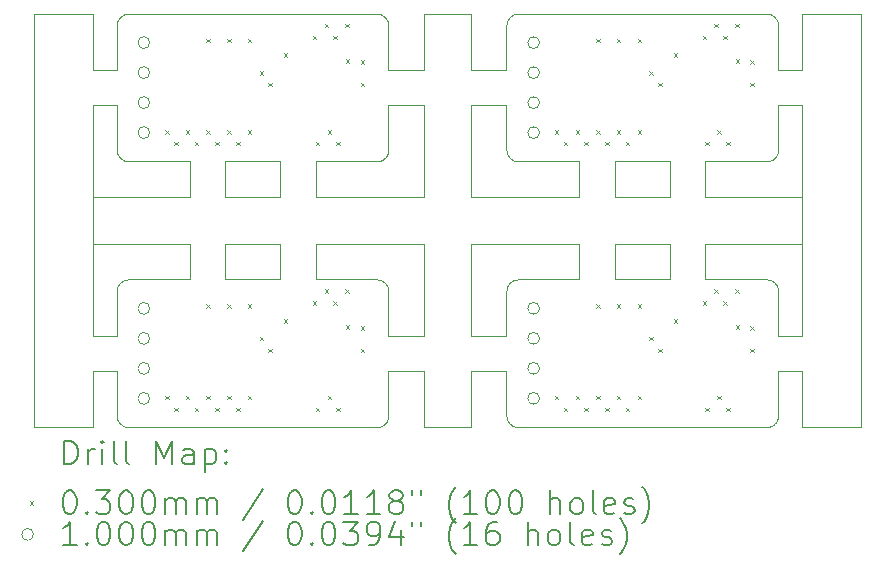
<source format=gbr>
%TF.GenerationSoftware,KiCad,Pcbnew,8.0.8-8.0.8-0~ubuntu24.04.1*%
%TF.CreationDate,2025-02-18T11:08:34+01:00*%
%TF.ProjectId,SPU0410LR5H_panel,53505530-3431-4304-9c52-35485f70616e,rev?*%
%TF.SameCoordinates,Original*%
%TF.FileFunction,Drillmap*%
%TF.FilePolarity,Positive*%
%FSLAX45Y45*%
G04 Gerber Fmt 4.5, Leading zero omitted, Abs format (unit mm)*
G04 Created by KiCad (PCBNEW 8.0.8-8.0.8-0~ubuntu24.04.1) date 2025-02-18 11:08:34*
%MOMM*%
%LPD*%
G01*
G04 APERTURE LIST*
%ADD10C,0.100000*%
%ADD11C,0.200000*%
G04 APERTURE END LIST*
D10*
X13229936Y-3245414D02*
X13234730Y-3243775D01*
X7800000Y-2000000D02*
X7794766Y-2000137D01*
X7700548Y-5410453D02*
X7701231Y-5415643D01*
X9999452Y-2089547D02*
X9998769Y-2084356D01*
X7741221Y-3230902D02*
X7745536Y-3233867D01*
X11033087Y-5474314D02*
X11037068Y-5477715D01*
X9935837Y-4256642D02*
X9930902Y-4254894D01*
X9940674Y-2008645D02*
X9935837Y-2006642D01*
X7700548Y-2089547D02*
X7700137Y-2094766D01*
X6999900Y-2000000D02*
X6999900Y-5500000D01*
X7745536Y-3233867D02*
X7750000Y-3236602D01*
X13299452Y-4339547D02*
X13298769Y-4334357D01*
X11000000Y-3150000D02*
X11000137Y-3155233D01*
X7702185Y-5420791D02*
X7703407Y-5425882D01*
X13254464Y-4266133D02*
X13250000Y-4263397D01*
X11022286Y-3212932D02*
X11025686Y-3216913D01*
X11089547Y-3249452D02*
X11094766Y-3249863D01*
X11916667Y-3950050D02*
X12383333Y-3950050D01*
X10700000Y-3950050D02*
X11616667Y-3950050D01*
X7716133Y-5454464D02*
X7719098Y-5458778D01*
X11084357Y-3248769D02*
X11089547Y-3249452D01*
X9915643Y-2001231D02*
X9910453Y-2000548D01*
X9982076Y-3207127D02*
X9984864Y-3202896D01*
X13287435Y-3198530D02*
X13289780Y-3194039D01*
X11041221Y-2019098D02*
X11037068Y-2022285D01*
X13286603Y-2050000D02*
X13283867Y-2045536D01*
X13215143Y-5498847D02*
X13220130Y-5497953D01*
X9983867Y-2045536D02*
X9980902Y-2041221D01*
X11094766Y-4250137D02*
X11089547Y-4250548D01*
X11094766Y-3249863D02*
X11100000Y-3250000D01*
X9383333Y-3250000D02*
X9900000Y-3250000D01*
X9952896Y-5484864D02*
X9957127Y-5482076D01*
X9986603Y-2050000D02*
X9983867Y-2045536D01*
X11000137Y-5405234D02*
X11000548Y-5410453D01*
X9958779Y-2019098D02*
X9954464Y-2016133D01*
X13266913Y-4275685D02*
X13262932Y-4272285D01*
X8616667Y-4250000D02*
X8616667Y-3950050D01*
X13220791Y-2002185D02*
X13215643Y-2001231D01*
X12383333Y-3250000D02*
X12383333Y-3550050D01*
X9939436Y-5491896D02*
X9944039Y-5489780D01*
X7499900Y-4725000D02*
X7499900Y-2775000D01*
X9998769Y-4334357D02*
X9997815Y-4329209D01*
X11069098Y-3245106D02*
X11074118Y-3246592D01*
X9961211Y-3229078D02*
X9965137Y-3225876D01*
X7700000Y-3150000D02*
X7700137Y-3155233D01*
X9977715Y-4287068D02*
X9974315Y-4283087D01*
X9979078Y-5461211D02*
X9982076Y-5457127D01*
X7710899Y-5445399D02*
X7713397Y-5450000D01*
X7794766Y-3249863D02*
X7800000Y-3250000D01*
X13244039Y-3239780D02*
X13248530Y-3237435D01*
X13291355Y-4309326D02*
X13289101Y-4304601D01*
X13289101Y-4304601D02*
X13286603Y-4300000D01*
X11006642Y-5435837D02*
X11008646Y-5440674D01*
X7764163Y-4256642D02*
X7759326Y-4258645D01*
X13274314Y-4283087D02*
X13270711Y-4279289D01*
X11616667Y-3250000D02*
X11616667Y-3550050D01*
X9900000Y-5500000D02*
X9905065Y-5499872D01*
X9944039Y-5489780D02*
X9948530Y-5487435D01*
X13205234Y-4250137D02*
X13200000Y-4250000D01*
X13300000Y-5025000D02*
X13500100Y-5025000D01*
X7706642Y-5435837D02*
X7708646Y-5440674D01*
X9984864Y-3202896D02*
X9987435Y-3198530D01*
X9995414Y-3179936D02*
X9996808Y-3175065D01*
X8316667Y-3250000D02*
X8316667Y-3550050D01*
X11037068Y-2022285D02*
X11033087Y-2025685D01*
X13299452Y-2089547D02*
X13298769Y-2084356D01*
X13500100Y-4725000D02*
X13300000Y-4725000D01*
X11003408Y-3175882D02*
X11004895Y-3180902D01*
X13296593Y-2074118D02*
X13295106Y-2069098D01*
X11010899Y-5445399D02*
X11013398Y-5450000D01*
X9997815Y-2079209D02*
X9996593Y-2074118D01*
X13239436Y-5491896D02*
X13244039Y-5489780D01*
X11033087Y-2025685D02*
X11029289Y-2029289D01*
X9930902Y-4254894D02*
X9925882Y-4253407D01*
X11002185Y-3170791D02*
X11003408Y-3175882D01*
X11050000Y-3236602D02*
X11054601Y-3239101D01*
X7704894Y-5430902D02*
X7706642Y-5435837D01*
X11045536Y-4266133D02*
X11041221Y-4269098D01*
X11016133Y-5454464D02*
X11019098Y-5458778D01*
X13235837Y-2006642D02*
X13230902Y-2004894D01*
X11079209Y-3247815D02*
X11084357Y-3248769D01*
X13239436Y-3241896D02*
X13244039Y-3239780D01*
X10000000Y-2775000D02*
X10300000Y-2775000D01*
X10700000Y-3550050D02*
X10700000Y-2775000D01*
X13252896Y-3234864D02*
X13257127Y-3232076D01*
X9957127Y-5482076D02*
X9961211Y-5479078D01*
X11000000Y-2475000D02*
X10700000Y-2475000D01*
X10300000Y-5025000D02*
X10300000Y-5499900D01*
X9970711Y-2029289D02*
X9966913Y-2025685D01*
X9966913Y-2025685D02*
X9962932Y-2022285D01*
X11029289Y-4279289D02*
X11025686Y-4283087D01*
X9944039Y-3239780D02*
X9948530Y-3237435D01*
X8616667Y-3550050D02*
X8616667Y-3250000D01*
X11029289Y-2029289D02*
X11025686Y-2033087D01*
X7701231Y-3165643D02*
X7702185Y-3170791D01*
X13291896Y-5439436D02*
X13293775Y-5434731D01*
X13274314Y-2033087D02*
X13270711Y-2029289D01*
X10300000Y-4725000D02*
X10000000Y-4725000D01*
X11013397Y-2050000D02*
X11010899Y-2054601D01*
X13248530Y-3237435D02*
X13252896Y-3234864D01*
X13293775Y-5434731D02*
X13295414Y-5429936D01*
X9934731Y-3243775D02*
X9939436Y-3241896D01*
X13230902Y-4254894D02*
X13225882Y-4253407D01*
X9989101Y-2054601D02*
X9986603Y-2050000D01*
X11022285Y-2037068D02*
X11019098Y-2041221D01*
X10700000Y-5499900D02*
X10700000Y-5025000D01*
X9980902Y-4291221D02*
X9977715Y-4287068D01*
X7719098Y-4291221D02*
X7716133Y-4295536D01*
X13298769Y-4334357D02*
X13297815Y-4329209D01*
X13245399Y-2010899D02*
X13240674Y-2008645D01*
X13210117Y-3249487D02*
X13215143Y-3248847D01*
X7779209Y-4252185D02*
X7774118Y-4253407D01*
X11916667Y-3250000D02*
X12383333Y-3250000D01*
X13272479Y-3218897D02*
X13275876Y-3215137D01*
X10300000Y-2475000D02*
X10000000Y-2475000D01*
X13215643Y-2001231D02*
X13210453Y-2000548D01*
X7725686Y-3216913D02*
X7729289Y-3220711D01*
X11002185Y-4329209D02*
X11001231Y-4334357D01*
X11000000Y-4725000D02*
X10700000Y-4725000D01*
X7716133Y-3204464D02*
X7719098Y-3208778D01*
X9961211Y-5479078D02*
X9965137Y-5475876D01*
X9905065Y-3249872D02*
X9910117Y-3249487D01*
X11033087Y-4275686D02*
X11029289Y-4279289D01*
X9974315Y-4283087D02*
X9970711Y-4279289D01*
X13500100Y-2000000D02*
X13500100Y-2475000D01*
X7704894Y-3180902D02*
X7706642Y-3185837D01*
X7702185Y-2079209D02*
X7701231Y-2084356D01*
X7700000Y-2775000D02*
X7700000Y-3150000D01*
X11100000Y-4250000D02*
X11094766Y-4250137D01*
X7729289Y-2029289D02*
X7725685Y-2033087D01*
X9915143Y-3248847D02*
X9920130Y-3247953D01*
X9950000Y-4263397D02*
X9945399Y-4260899D01*
X9900000Y-4250000D02*
X9383333Y-4250000D01*
X13297953Y-3170130D02*
X13298847Y-3165143D01*
X13200000Y-4250000D02*
X12683333Y-4250000D01*
X7737068Y-3227714D02*
X7741221Y-3230902D01*
X11025686Y-3216913D02*
X11029289Y-3220711D01*
X11037068Y-3227714D02*
X11041222Y-3230902D01*
X11079209Y-5497815D02*
X11084357Y-5498769D01*
X12683333Y-3250000D02*
X13200000Y-3250000D01*
X11033087Y-3224314D02*
X11037068Y-3227714D01*
X13275876Y-3215137D02*
X13279078Y-3211211D01*
X9934731Y-5493775D02*
X9939436Y-5491896D01*
X13299487Y-3160117D02*
X13299872Y-3155065D01*
X10300000Y-5499900D02*
X10700000Y-5499900D01*
X13215143Y-3248847D02*
X13220130Y-3247953D01*
X9979078Y-3211211D02*
X9982076Y-3207127D01*
X11074118Y-4253407D02*
X11069098Y-4254894D01*
X9989780Y-3194039D02*
X9991896Y-3189436D01*
X13252896Y-5484864D02*
X13257127Y-5482076D01*
X11004895Y-5430902D02*
X11006642Y-5435837D01*
X8316667Y-4250000D02*
X7800000Y-4250000D01*
X9965137Y-3225876D02*
X9968897Y-3222479D01*
X9954464Y-4266133D02*
X9950000Y-4263397D01*
X9939436Y-3241896D02*
X9944039Y-3239780D01*
X11037068Y-4272285D02*
X11033087Y-4275686D01*
X13277715Y-2037068D02*
X13274314Y-2033087D01*
X9999863Y-4344766D02*
X9999452Y-4339547D01*
X13291896Y-3189436D02*
X13293775Y-3184730D01*
X7708645Y-4309326D02*
X7706642Y-4314163D01*
X11016133Y-2045536D02*
X11013397Y-2050000D01*
X7725686Y-5466913D02*
X7729289Y-5470711D01*
X10000000Y-5025000D02*
X10300000Y-5025000D01*
X9989101Y-4304601D02*
X9986603Y-4300000D01*
X13283867Y-4295536D02*
X13280902Y-4291221D01*
X7729289Y-5470711D02*
X7733087Y-5474314D01*
X11013397Y-4300000D02*
X11010899Y-4304601D01*
X11000000Y-5025000D02*
X11000000Y-5400000D01*
X13220791Y-4252185D02*
X13215643Y-4251231D01*
X7719098Y-5458778D02*
X7722285Y-5462932D01*
X13300000Y-2775000D02*
X13500100Y-2775000D01*
X13262932Y-2022285D02*
X13258779Y-2019098D01*
X13262932Y-4272285D02*
X13258779Y-4269098D01*
X13295106Y-4319098D02*
X13293358Y-4314163D01*
X7706642Y-3185837D02*
X7708646Y-3190674D01*
X7701231Y-5415643D02*
X7702185Y-5420791D01*
X11013398Y-5450000D02*
X11016133Y-5454464D01*
X11094766Y-2000137D02*
X11089547Y-2000548D01*
X11022286Y-5462932D02*
X11025686Y-5466913D01*
X11054601Y-2010899D02*
X11050000Y-2013397D01*
X9999487Y-5410117D02*
X9999872Y-5405065D01*
X9995414Y-5429936D02*
X9996808Y-5425065D01*
X14000100Y-5500000D02*
X14000100Y-2000000D01*
X12383333Y-4250000D02*
X11916667Y-4250000D01*
X13300000Y-3150000D02*
X13300000Y-2775000D01*
X7700137Y-3155233D02*
X7700548Y-3160453D01*
X13295414Y-5429936D02*
X13296808Y-5425065D01*
X9905065Y-5499872D02*
X9910117Y-5499487D01*
X7733087Y-2025685D02*
X7729289Y-2029289D01*
X13265137Y-3225876D02*
X13268897Y-3222479D01*
X11000137Y-2094766D02*
X11000000Y-2100000D01*
X13284864Y-5452896D02*
X13287435Y-5448530D01*
X7794766Y-2000137D02*
X7789547Y-2000548D01*
X7499900Y-2000000D02*
X6999900Y-2000000D01*
X13258779Y-4269098D02*
X13254464Y-4266133D01*
X7713397Y-3200000D02*
X7716133Y-3204464D01*
X7716133Y-2045536D02*
X7713397Y-2050000D01*
X7713397Y-2050000D02*
X7710899Y-2054601D01*
X11100000Y-5500000D02*
X13200000Y-5500000D01*
X7499900Y-5500000D02*
X7499900Y-5025000D01*
X9975876Y-3215137D02*
X9979078Y-3211211D01*
X9968897Y-3222479D02*
X9972479Y-3218897D01*
X11008646Y-5440674D02*
X11010899Y-5445399D01*
X13257127Y-5482076D02*
X13261211Y-5479078D01*
X13261211Y-3229078D02*
X13265137Y-3225876D01*
X7704894Y-2069098D02*
X7703407Y-2074118D01*
X11074118Y-2003407D02*
X11069098Y-2004894D01*
X11016133Y-3204464D02*
X11019098Y-3208778D01*
X11045536Y-5483867D02*
X11050000Y-5486603D01*
X9993775Y-5434731D02*
X9995414Y-5429936D01*
X7700000Y-5400000D02*
X7700137Y-5405234D01*
X13250000Y-4263397D02*
X13245399Y-4260899D01*
X11000137Y-4344766D02*
X11000000Y-4350000D01*
X7710899Y-2054601D02*
X7708645Y-2059326D01*
X9920791Y-4252185D02*
X9915643Y-4251231D01*
X7700000Y-3950050D02*
X8316667Y-3950050D01*
X13220130Y-5497953D02*
X13225065Y-5496808D01*
X9982076Y-5457127D02*
X9984864Y-5452896D01*
X13289780Y-3194039D02*
X13291896Y-3189436D01*
X9930902Y-2004894D02*
X9925882Y-2003407D01*
X6999900Y-5500000D02*
X7499900Y-5500000D01*
X9999863Y-2094766D02*
X9999452Y-2089547D01*
X13500100Y-5500000D02*
X14000100Y-5500000D01*
X13300000Y-3950050D02*
X13500000Y-3950050D01*
X11000000Y-4350000D02*
X11000000Y-4725000D01*
X13299872Y-5405065D02*
X13300000Y-5400000D01*
X13299863Y-2094766D02*
X13299452Y-2089547D01*
X13234730Y-3243775D02*
X13239436Y-3241896D01*
X9993775Y-3184730D02*
X9995414Y-3179936D01*
X9940674Y-4258645D02*
X9935837Y-4256642D01*
X11079209Y-4252185D02*
X11074118Y-4253407D01*
X11002185Y-2079209D02*
X11001231Y-2084356D01*
X7745536Y-5483867D02*
X7750000Y-5486603D01*
X11004894Y-2069098D02*
X11003407Y-2074118D01*
X11050000Y-5486603D02*
X11054601Y-5489101D01*
X7769098Y-3245106D02*
X7774118Y-3246592D01*
X11069098Y-4254894D02*
X11064163Y-4256642D01*
X9991355Y-4309326D02*
X9989101Y-4304601D01*
X7784356Y-3248769D02*
X7789547Y-3249452D01*
X7745536Y-4266133D02*
X7741221Y-4269098D01*
X7750000Y-2013397D02*
X7745536Y-2016133D01*
X13225882Y-4253407D02*
X13220791Y-4252185D01*
X9987435Y-3198530D02*
X9989780Y-3194039D01*
X11094766Y-5499863D02*
X11100000Y-5500000D01*
X7729289Y-4279289D02*
X7725685Y-4283087D01*
X9996593Y-4324118D02*
X9995106Y-4319098D01*
X7779209Y-3247815D02*
X7784356Y-3248769D01*
X13279078Y-5461211D02*
X13282076Y-5457127D01*
X9948530Y-3237435D02*
X9952896Y-3234864D01*
X9962932Y-2022285D02*
X9958779Y-2019098D01*
X8316667Y-3950050D02*
X8316667Y-4250000D01*
X13500100Y-5025000D02*
X13500100Y-5500000D01*
X9954464Y-2016133D02*
X9950000Y-2013397D01*
X11059326Y-3241354D02*
X11064163Y-3243358D01*
X7754601Y-5489101D02*
X7759326Y-5491355D01*
X13200000Y-5500000D02*
X13205065Y-5499872D01*
X7708646Y-3190674D02*
X7710899Y-3195399D01*
X11000548Y-4339547D02*
X11000137Y-4344766D01*
X13298769Y-2084356D02*
X13297815Y-2079209D01*
X13298847Y-5415143D02*
X13299487Y-5410117D01*
X7784356Y-2001231D02*
X7779209Y-2002185D01*
X9383333Y-3950050D02*
X10300000Y-3950050D01*
X11084357Y-2001231D02*
X11079209Y-2002185D01*
X11001231Y-3165643D02*
X11002185Y-3170791D01*
X13295106Y-2069098D02*
X13293358Y-2064163D01*
X9996593Y-2074118D02*
X9995106Y-2069098D01*
X11064163Y-4256642D02*
X11059326Y-4258645D01*
X7700000Y-2475000D02*
X7499900Y-2475000D01*
X7769098Y-5495106D02*
X7774118Y-5496593D01*
X11059326Y-2008645D02*
X11054601Y-2010899D01*
X9083333Y-3550050D02*
X8616667Y-3550050D01*
X7725685Y-2033087D02*
X7722285Y-2037068D01*
X9984864Y-5452896D02*
X9987435Y-5448530D01*
X7700137Y-5405234D02*
X7700548Y-5410453D01*
X9996808Y-5425065D02*
X9997953Y-5420130D01*
X13270711Y-4279289D02*
X13266913Y-4275685D01*
X11037068Y-5477715D02*
X11041222Y-5480902D01*
X11019098Y-4291221D02*
X11016133Y-4295536D01*
X9910453Y-4250548D02*
X9905234Y-4250137D01*
X7725685Y-4283087D02*
X7722285Y-4287068D01*
X11064163Y-2006642D02*
X11059326Y-2008645D01*
X7499900Y-2475000D02*
X7499900Y-2000000D01*
X9910117Y-5499487D02*
X9915143Y-5498847D01*
X9957127Y-3232076D02*
X9961211Y-3229078D01*
X7737068Y-2022285D02*
X7733087Y-2025685D01*
X11084357Y-5498769D02*
X11089547Y-5499452D01*
X8616667Y-3250000D02*
X9083333Y-3250000D01*
X7700137Y-2094766D02*
X7700000Y-2100000D01*
X11022285Y-4287068D02*
X11019098Y-4291221D01*
X13296593Y-4324118D02*
X13295106Y-4319098D01*
X11000000Y-2775000D02*
X11000000Y-3150000D01*
X10000000Y-5400000D02*
X10000000Y-5025000D01*
X11041221Y-4269098D02*
X11037068Y-4272285D01*
X13279078Y-3211211D02*
X13282076Y-3207127D01*
X13257127Y-3232076D02*
X13261211Y-3229078D01*
X11054601Y-5489101D02*
X11059326Y-5491355D01*
X13293775Y-3184730D02*
X13295414Y-3179936D01*
X11045536Y-2016133D02*
X11041221Y-2019098D01*
X9987435Y-5448530D02*
X9989780Y-5444039D01*
X13299872Y-3155065D02*
X13300000Y-3150000D01*
X11029289Y-5470711D02*
X11033087Y-5474314D01*
X9995106Y-4319098D02*
X9993358Y-4314163D01*
X11010899Y-2054601D02*
X11008645Y-2059326D01*
X13268897Y-3222479D02*
X13272479Y-3218897D01*
X10300000Y-2000000D02*
X10300000Y-2475000D01*
X13234730Y-5493775D02*
X13239436Y-5491896D01*
X13282076Y-5457127D02*
X13284864Y-5452896D01*
X9983867Y-4295536D02*
X9980902Y-4291221D01*
X9972479Y-3218897D02*
X9975876Y-3215137D01*
X7764163Y-2006642D02*
X7759326Y-2008645D01*
X13205234Y-2000137D02*
X13200000Y-2000000D01*
X9900000Y-3250000D02*
X9905065Y-3249872D01*
X14000100Y-2000000D02*
X13500100Y-2000000D01*
X11041222Y-3230902D02*
X11045536Y-3233867D01*
X10000000Y-2100000D02*
X9999863Y-2094766D01*
X11004894Y-4319098D02*
X11003407Y-4324118D01*
X11001231Y-5415643D02*
X11002185Y-5420791D01*
X9945399Y-4260899D02*
X9940674Y-4258645D01*
X11010899Y-3195399D02*
X11013398Y-3200000D01*
X13289101Y-2054601D02*
X13286603Y-2050000D01*
X10700000Y-4725000D02*
X10700000Y-3950050D01*
X9929936Y-5495414D02*
X9934731Y-5493775D01*
X7779209Y-5497815D02*
X7784356Y-5498769D01*
X13270711Y-2029289D02*
X13266913Y-2025685D01*
X9920130Y-5497953D02*
X9925065Y-5496808D01*
X11003407Y-2074118D02*
X11002185Y-2079209D01*
X13268897Y-5472479D02*
X13272479Y-5468897D01*
X13300000Y-4725000D02*
X13300000Y-4350000D01*
X7774118Y-2003407D02*
X7769098Y-2004894D01*
X11000000Y-5400000D02*
X11000137Y-5405234D01*
X9925882Y-4253407D02*
X9920791Y-4252185D01*
X11006642Y-4314163D02*
X11004894Y-4319098D01*
X13220130Y-3247953D02*
X13225065Y-3246808D01*
X13500100Y-2775000D02*
X13500100Y-4725000D01*
X11069098Y-2004894D02*
X11064163Y-2006642D01*
X13299863Y-4344766D02*
X13299452Y-4339547D01*
X11089547Y-2000548D02*
X11084357Y-2001231D01*
X7800000Y-3250000D02*
X8316667Y-3250000D01*
X7784356Y-5498769D02*
X7789547Y-5499452D01*
X7769098Y-4254894D02*
X7764163Y-4256642D01*
X7722285Y-4287068D02*
X7719098Y-4291221D01*
X7700548Y-4339547D02*
X7700137Y-4344766D01*
X13245399Y-4260899D02*
X13240674Y-4258645D01*
X11100000Y-2000000D02*
X11094766Y-2000137D01*
X13295414Y-3179936D02*
X13296808Y-3175065D01*
X7759326Y-2008645D02*
X7754601Y-2010899D01*
X11079209Y-2002185D02*
X11074118Y-2003407D01*
X10700000Y-2475000D02*
X10700000Y-2000000D01*
X7700000Y-3550050D02*
X7500000Y-3550050D01*
X7794766Y-4250137D02*
X7789547Y-4250548D01*
X13229936Y-5495414D02*
X13234730Y-5493775D01*
X9991896Y-3189436D02*
X9993775Y-3184730D01*
X9975876Y-5465137D02*
X9979078Y-5461211D01*
X13266913Y-2025685D02*
X13262932Y-2022285D01*
X13210453Y-4250548D02*
X13205234Y-4250137D01*
X7713397Y-5450000D02*
X7716133Y-5454464D01*
X9083333Y-4250000D02*
X8616667Y-4250000D01*
X13280902Y-4291221D02*
X13277715Y-4287068D01*
X13287435Y-5448530D02*
X13289780Y-5444039D01*
X9915643Y-4251231D02*
X9910453Y-4250548D01*
X11074118Y-5496593D02*
X11079209Y-5497815D01*
X7764163Y-3243358D02*
X7769098Y-3245106D01*
X9935837Y-2006642D02*
X9930902Y-2004894D01*
X8616667Y-3950050D02*
X9083333Y-3950050D01*
X13293358Y-4314163D02*
X13291355Y-4309326D01*
X7759326Y-5491355D02*
X7764163Y-5493358D01*
X7703407Y-2074118D02*
X7702185Y-2079209D01*
X7800000Y-4250000D02*
X7794766Y-4250137D01*
X7700000Y-4725000D02*
X7499900Y-4725000D01*
X9925882Y-2003407D02*
X9920791Y-2002185D01*
X9998847Y-3165143D02*
X9999487Y-3160117D01*
X9962932Y-4272285D02*
X9958779Y-4269098D01*
X9958779Y-4269098D02*
X9954464Y-4266133D01*
X9996808Y-3175065D02*
X9997953Y-3170130D01*
X9910117Y-3249487D02*
X9915143Y-3248847D01*
X7789547Y-4250548D02*
X7784356Y-4251231D01*
X13289780Y-5444039D02*
X13291896Y-5439436D01*
X13235837Y-4256642D02*
X13230902Y-4254894D01*
X7702185Y-4329209D02*
X7701231Y-4334357D01*
X9383333Y-3550050D02*
X9383333Y-3250000D01*
X13297953Y-5420130D02*
X13298847Y-5415143D01*
X7700000Y-4350000D02*
X7700000Y-4725000D01*
X13254464Y-2016133D02*
X13250000Y-2013397D01*
X11003408Y-5425882D02*
X11004895Y-5430902D01*
X11054601Y-3239101D02*
X11059326Y-3241354D01*
X9999872Y-3155065D02*
X10000000Y-3150000D01*
X13293358Y-2064163D02*
X13291355Y-2059326D01*
X11008645Y-4309326D02*
X11006642Y-4314163D01*
X13205065Y-3249872D02*
X13210117Y-3249487D01*
X7722285Y-3212932D02*
X7725686Y-3216913D01*
X7750000Y-3236602D02*
X7754601Y-3239101D01*
X9972479Y-5468897D02*
X9975876Y-5465137D01*
X13298847Y-3165143D02*
X13299487Y-3160117D01*
X9997815Y-4329209D02*
X9996593Y-4324118D01*
X13230902Y-2004894D02*
X13225882Y-2003407D01*
X11916667Y-4250000D02*
X11916667Y-3950050D01*
X9920791Y-2002185D02*
X9915643Y-2001231D01*
X9945399Y-2010899D02*
X9940674Y-2008645D01*
X9991355Y-2059326D02*
X9989101Y-2054601D01*
X7737068Y-5477715D02*
X7741221Y-5480902D01*
X13280902Y-2041221D02*
X13277715Y-2037068D01*
X13205065Y-5499872D02*
X13210117Y-5499487D01*
X7741221Y-2019098D02*
X7737068Y-2022285D01*
X13261211Y-5479078D02*
X13265137Y-5475876D01*
X11008646Y-3190674D02*
X11010899Y-3195399D01*
X13265137Y-5475876D02*
X13268897Y-5472479D01*
X13225065Y-5496808D02*
X13229936Y-5495414D01*
X7700548Y-3160453D02*
X7701231Y-3165643D01*
X7722285Y-5462932D02*
X7725686Y-5466913D01*
X7710899Y-3195399D02*
X7713397Y-3200000D01*
X13210117Y-5499487D02*
X13215143Y-5498847D01*
X9999452Y-4339547D02*
X9998769Y-4334357D01*
X11059326Y-4258645D02*
X11054601Y-4260899D01*
X11001231Y-2084356D02*
X11000548Y-2089547D01*
X7708646Y-5440674D02*
X7710899Y-5445399D01*
X7759326Y-3241354D02*
X7764163Y-3243358D01*
X9965137Y-5475876D02*
X9968897Y-5472479D01*
X7789547Y-3249452D02*
X7794766Y-3249863D01*
X7706642Y-4314163D02*
X7704894Y-4319098D01*
X7789547Y-5499452D02*
X7794766Y-5499863D01*
X11025686Y-2033087D02*
X11022285Y-2037068D01*
X7754601Y-2010899D02*
X7750000Y-2013397D01*
X10300000Y-3950050D02*
X10300000Y-4725000D01*
X7499900Y-2775000D02*
X7700000Y-2775000D01*
X7754601Y-4260899D02*
X7750000Y-4263397D01*
X9999487Y-3160117D02*
X9999872Y-3155065D01*
X7784356Y-4251231D02*
X7779209Y-4252185D01*
X10000000Y-3150000D02*
X10000000Y-2775000D01*
X7794766Y-5499863D02*
X7800000Y-5500000D01*
X13286603Y-4300000D02*
X13283867Y-4295536D01*
X11006642Y-3185837D02*
X11008646Y-3190674D01*
X10700000Y-5025000D02*
X11000000Y-5025000D01*
X13215643Y-4251231D02*
X13210453Y-4250548D01*
X13225065Y-3246808D02*
X13229936Y-3245414D01*
X9970711Y-4279289D02*
X9966913Y-4275685D01*
X13248530Y-5487435D02*
X13252896Y-5484864D01*
X8316667Y-3550050D02*
X7700000Y-3550050D01*
X7750000Y-4263397D02*
X7745536Y-4266133D01*
X7769098Y-2004894D02*
X7764163Y-2006642D01*
X12383333Y-3950050D02*
X12383333Y-4250000D01*
X9905234Y-2000137D02*
X9900000Y-2000000D01*
X7719098Y-3208778D02*
X7722285Y-3212932D01*
X13250000Y-2013397D02*
X13245399Y-2010899D01*
X7774118Y-5496593D02*
X7779209Y-5497815D01*
X7500000Y-3950050D02*
X7700000Y-3950050D01*
X7733087Y-4275686D02*
X7729289Y-4279289D01*
X11019098Y-2041221D02*
X11016133Y-2045536D01*
X11008645Y-2059326D02*
X11006642Y-2064163D01*
X9998769Y-2084356D02*
X9997815Y-2079209D01*
X7703407Y-5425882D02*
X7704894Y-5430902D01*
X11000000Y-2100000D02*
X11000000Y-2475000D01*
X11000548Y-2089547D02*
X11000137Y-2094766D01*
X13244039Y-5489780D02*
X13248530Y-5487435D01*
X9083333Y-3250000D02*
X9083333Y-3550050D01*
X11050000Y-2013397D02*
X11045536Y-2016133D01*
X11084357Y-4251231D02*
X11079209Y-4252185D01*
X9925065Y-5496808D02*
X9929936Y-5495414D01*
X11004895Y-3180902D02*
X11006642Y-3185837D01*
X7500000Y-3550050D02*
X7500000Y-3950050D01*
X11006642Y-2064163D02*
X11004894Y-2069098D01*
X11059326Y-5491355D02*
X11064163Y-5493358D01*
X9986603Y-4300000D02*
X9983867Y-4295536D01*
X13240674Y-4258645D02*
X13235837Y-4256642D01*
X13500100Y-2475000D02*
X13300000Y-2475000D01*
X9950000Y-2013397D02*
X9945399Y-2010899D01*
X13282076Y-3207127D02*
X13284864Y-3202896D01*
X7733087Y-5474314D02*
X7737068Y-5477715D01*
X11064163Y-3243358D02*
X11069098Y-3245106D01*
X9991896Y-5439436D02*
X9993775Y-5434731D01*
X13297815Y-2079209D02*
X13296593Y-2074118D01*
X11089547Y-4250548D02*
X11084357Y-4251231D01*
X9998847Y-5415143D02*
X9999487Y-5410117D01*
X11000548Y-5410453D02*
X11001231Y-5415643D01*
X13200000Y-2000000D02*
X11100000Y-2000000D01*
X7701231Y-2084356D02*
X7700548Y-2089547D01*
X9948530Y-5487435D02*
X9952896Y-5484864D01*
X13258779Y-2019098D02*
X13254464Y-2016133D01*
X13200000Y-3250000D02*
X13205065Y-3249872D01*
X13283867Y-2045536D02*
X13280902Y-2041221D01*
X11616667Y-3550050D02*
X10700000Y-3550050D01*
X7703407Y-4324118D02*
X7702185Y-4329209D01*
X10000000Y-4725000D02*
X10000000Y-4350000D01*
X7759326Y-4258645D02*
X7754601Y-4260899D01*
X9083333Y-3950050D02*
X9083333Y-4250000D01*
X11016133Y-4295536D02*
X11013397Y-4300000D01*
X7722285Y-2037068D02*
X7719098Y-2041221D01*
X9999872Y-5405065D02*
X10000000Y-5400000D01*
X7745536Y-2016133D02*
X7741221Y-2019098D01*
X9383333Y-4250000D02*
X9383333Y-3950050D01*
X9993358Y-4314163D02*
X9991355Y-4309326D01*
X7779209Y-2002185D02*
X7774118Y-2003407D01*
X11069098Y-5495106D02*
X11074118Y-5496593D01*
X9915143Y-5498847D02*
X9920130Y-5497953D01*
X9980902Y-2041221D02*
X9977715Y-2037068D01*
X7700000Y-5025000D02*
X7700000Y-5400000D01*
X13296808Y-5425065D02*
X13297953Y-5420130D01*
X12383333Y-3550050D02*
X11916667Y-3550050D01*
X9900000Y-2000000D02*
X7800000Y-2000000D01*
X11019098Y-3208778D02*
X11022286Y-3212932D01*
X13300000Y-2100000D02*
X13299863Y-2094766D01*
X11002185Y-5420791D02*
X11003408Y-5425882D01*
X9989780Y-5444039D02*
X9991896Y-5439436D01*
X11001231Y-4334357D02*
X11000548Y-4339547D01*
X13297815Y-4329209D02*
X13296593Y-4324118D01*
X11616667Y-4250000D02*
X11100000Y-4250000D01*
X7719098Y-2041221D02*
X7716133Y-2045536D01*
X7716133Y-4295536D02*
X7713397Y-4300000D01*
X11074118Y-3246592D02*
X11079209Y-3247815D01*
X7789547Y-2000548D02*
X7784356Y-2001231D01*
X7703407Y-3175882D02*
X7704894Y-3180902D01*
X13240674Y-2008645D02*
X13235837Y-2006642D01*
X13300000Y-2475000D02*
X13300000Y-2100000D01*
X13291355Y-2059326D02*
X13289101Y-2054601D01*
X7741221Y-5480902D02*
X7745536Y-5483867D01*
X11029289Y-3220711D02*
X11033087Y-3224314D01*
X10700000Y-2775000D02*
X11000000Y-2775000D01*
X11616667Y-3950050D02*
X11616667Y-4250000D01*
X7702185Y-3170791D02*
X7703407Y-3175882D01*
X10700000Y-2000000D02*
X10300000Y-2000000D01*
X9993358Y-2064163D02*
X9991355Y-2059326D01*
X10300000Y-2775000D02*
X10300000Y-3550050D01*
X7774118Y-3246592D02*
X7779209Y-3247815D01*
X11025686Y-5466913D02*
X11029289Y-5470711D01*
X13225882Y-2003407D02*
X13220791Y-2002185D01*
X12683333Y-4250000D02*
X12683333Y-3950050D01*
X11054601Y-4260899D02*
X11050000Y-4263397D01*
X13300000Y-5400000D02*
X13300000Y-5025000D01*
X11089547Y-5499452D02*
X11094766Y-5499863D01*
X7729289Y-3220711D02*
X7733087Y-3224314D01*
X13275876Y-5465137D02*
X13279078Y-5461211D01*
X9925065Y-3246808D02*
X9929936Y-3245414D01*
X7733087Y-3224314D02*
X7737068Y-3227714D01*
X13299487Y-5410117D02*
X13299872Y-5405065D01*
X7800000Y-5500000D02*
X9900000Y-5500000D01*
X13500000Y-3950050D02*
X13500000Y-3550050D01*
X13296808Y-3175065D02*
X13297953Y-3170130D01*
X13272479Y-5468897D02*
X13275876Y-5465137D01*
X7710899Y-4304601D02*
X7708645Y-4309326D01*
X11050000Y-4263397D02*
X11045536Y-4266133D01*
X11000548Y-3160453D02*
X11001231Y-3165643D01*
X11000137Y-3155233D02*
X11000548Y-3160453D01*
X11003407Y-4324118D02*
X11002185Y-4329209D01*
X7764163Y-5493358D02*
X7769098Y-5495106D01*
X11025686Y-4283087D02*
X11022285Y-4287068D01*
X11100000Y-3250000D02*
X11616667Y-3250000D01*
X9905234Y-4250137D02*
X9900000Y-4250000D01*
X11019098Y-5458778D02*
X11022286Y-5462932D01*
X13500000Y-3550050D02*
X13300000Y-3550050D01*
X10000000Y-4350000D02*
X9999863Y-4344766D01*
X11064163Y-5493358D02*
X11069098Y-5495106D01*
X9997953Y-3170130D02*
X9998847Y-3165143D01*
X7737068Y-4272285D02*
X7733087Y-4275686D01*
X10300000Y-3550050D02*
X9383333Y-3550050D01*
X7713397Y-4300000D02*
X7710899Y-4304601D01*
X13300000Y-4350000D02*
X13299863Y-4344766D01*
X12683333Y-3550050D02*
X12683333Y-3250000D01*
X11041222Y-5480902D02*
X11045536Y-5483867D01*
X10000000Y-2475000D02*
X10000000Y-2100000D01*
X9929936Y-3245414D02*
X9934731Y-3243775D01*
X9920130Y-3247953D02*
X9925065Y-3246808D01*
X13300000Y-3550050D02*
X12683333Y-3550050D01*
X9997953Y-5420130D02*
X9998847Y-5415143D01*
X11916667Y-3550050D02*
X11916667Y-3250000D01*
X9968897Y-5472479D02*
X9972479Y-5468897D01*
X9977715Y-2037068D02*
X9974315Y-2033087D01*
X7708645Y-2059326D02*
X7706642Y-2064163D01*
X9952896Y-3234864D02*
X9957127Y-3232076D01*
X9910453Y-2000548D02*
X9905234Y-2000137D01*
X7701231Y-4334357D02*
X7700548Y-4339547D01*
X7700000Y-2100000D02*
X7700000Y-2475000D01*
X11010899Y-4304601D02*
X11008645Y-4309326D01*
X9995106Y-2069098D02*
X9993358Y-2064163D01*
X7754601Y-3239101D02*
X7759326Y-3241354D01*
X11013398Y-3200000D02*
X11016133Y-3204464D01*
X9966913Y-4275685D02*
X9962932Y-4272285D01*
X13277715Y-4287068D02*
X13274314Y-4283087D01*
X7499900Y-5025000D02*
X7700000Y-5025000D01*
X7741221Y-4269098D02*
X7737068Y-4272285D01*
X12683333Y-3950050D02*
X13300000Y-3950050D01*
X13284864Y-3202896D02*
X13287435Y-3198530D01*
X7706642Y-2064163D02*
X7704894Y-2069098D01*
X7704894Y-4319098D02*
X7703407Y-4324118D01*
X9974315Y-2033087D02*
X9970711Y-2029289D01*
X13210453Y-2000548D02*
X13205234Y-2000137D01*
X7700137Y-4344766D02*
X7700000Y-4350000D01*
X11045536Y-3233867D02*
X11050000Y-3236602D01*
X7750000Y-5486603D02*
X7754601Y-5489101D01*
X7774118Y-4253407D02*
X7769098Y-4254894D01*
D11*
D10*
X8110000Y-2985000D02*
X8140000Y-3015000D01*
X8140000Y-2985000D02*
X8110000Y-3015000D01*
X8110000Y-5235000D02*
X8140000Y-5265000D01*
X8140000Y-5235000D02*
X8110000Y-5265000D01*
X8185000Y-3085000D02*
X8215000Y-3115000D01*
X8215000Y-3085000D02*
X8185000Y-3115000D01*
X8185000Y-5335000D02*
X8215000Y-5365000D01*
X8215000Y-5335000D02*
X8185000Y-5365000D01*
X8285000Y-2985000D02*
X8315000Y-3015000D01*
X8315000Y-2985000D02*
X8285000Y-3015000D01*
X8285000Y-5235000D02*
X8315000Y-5265000D01*
X8315000Y-5235000D02*
X8285000Y-5265000D01*
X8360000Y-3085000D02*
X8390000Y-3115000D01*
X8390000Y-3085000D02*
X8360000Y-3115000D01*
X8360000Y-5335000D02*
X8390000Y-5365000D01*
X8390000Y-5335000D02*
X8360000Y-5365000D01*
X8460000Y-2211500D02*
X8490000Y-2241500D01*
X8490000Y-2211500D02*
X8460000Y-2241500D01*
X8460000Y-2985000D02*
X8490000Y-3015000D01*
X8490000Y-2985000D02*
X8460000Y-3015000D01*
X8460000Y-4461500D02*
X8490000Y-4491500D01*
X8490000Y-4461500D02*
X8460000Y-4491500D01*
X8460000Y-5235000D02*
X8490000Y-5265000D01*
X8490000Y-5235000D02*
X8460000Y-5265000D01*
X8535000Y-3085000D02*
X8565000Y-3115000D01*
X8565000Y-3085000D02*
X8535000Y-3115000D01*
X8535000Y-5335000D02*
X8565000Y-5365000D01*
X8565000Y-5335000D02*
X8535000Y-5365000D01*
X8635000Y-2211500D02*
X8665000Y-2241500D01*
X8665000Y-2211500D02*
X8635000Y-2241500D01*
X8635000Y-2985000D02*
X8665000Y-3015000D01*
X8665000Y-2985000D02*
X8635000Y-3015000D01*
X8635000Y-4461500D02*
X8665000Y-4491500D01*
X8665000Y-4461500D02*
X8635000Y-4491500D01*
X8635000Y-5235000D02*
X8665000Y-5265000D01*
X8665000Y-5235000D02*
X8635000Y-5265000D01*
X8710000Y-3085000D02*
X8740000Y-3115000D01*
X8740000Y-3085000D02*
X8710000Y-3115000D01*
X8710000Y-5335000D02*
X8740000Y-5365000D01*
X8740000Y-5335000D02*
X8710000Y-5365000D01*
X8810000Y-2211500D02*
X8840000Y-2241500D01*
X8840000Y-2211500D02*
X8810000Y-2241500D01*
X8810000Y-2985000D02*
X8840000Y-3015000D01*
X8840000Y-2985000D02*
X8810000Y-3015000D01*
X8810000Y-4461500D02*
X8840000Y-4491500D01*
X8840000Y-4461500D02*
X8810000Y-4491500D01*
X8810000Y-5235000D02*
X8840000Y-5265000D01*
X8840000Y-5235000D02*
X8810000Y-5265000D01*
X8910000Y-2485000D02*
X8940000Y-2515000D01*
X8940000Y-2485000D02*
X8910000Y-2515000D01*
X8910000Y-4735000D02*
X8940000Y-4765000D01*
X8940000Y-4735000D02*
X8910000Y-4765000D01*
X8985000Y-2585000D02*
X9015000Y-2615000D01*
X9015000Y-2585000D02*
X8985000Y-2615000D01*
X8985000Y-4835000D02*
X9015000Y-4865000D01*
X9015000Y-4835000D02*
X8985000Y-4865000D01*
X9115000Y-2336500D02*
X9145000Y-2366500D01*
X9145000Y-2336500D02*
X9115000Y-2366500D01*
X9115000Y-4586500D02*
X9145000Y-4616500D01*
X9145000Y-4586500D02*
X9115000Y-4616500D01*
X9360000Y-2185000D02*
X9390000Y-2215000D01*
X9390000Y-2185000D02*
X9360000Y-2215000D01*
X9360000Y-4435000D02*
X9390000Y-4465000D01*
X9390000Y-4435000D02*
X9360000Y-4465000D01*
X9385000Y-3085000D02*
X9415000Y-3115000D01*
X9415000Y-3085000D02*
X9385000Y-3115000D01*
X9385000Y-5335000D02*
X9415000Y-5365000D01*
X9415000Y-5335000D02*
X9385000Y-5365000D01*
X9460000Y-2085000D02*
X9490000Y-2115000D01*
X9490000Y-2085000D02*
X9460000Y-2115000D01*
X9460000Y-4335000D02*
X9490000Y-4365000D01*
X9490000Y-4335000D02*
X9460000Y-4365000D01*
X9485000Y-2985000D02*
X9515000Y-3015000D01*
X9515000Y-2985000D02*
X9485000Y-3015000D01*
X9485000Y-5235000D02*
X9515000Y-5265000D01*
X9515000Y-5235000D02*
X9485000Y-5265000D01*
X9535000Y-2185000D02*
X9565000Y-2215000D01*
X9565000Y-2185000D02*
X9535000Y-2215000D01*
X9535000Y-4435000D02*
X9565000Y-4465000D01*
X9565000Y-4435000D02*
X9535000Y-4465000D01*
X9560000Y-3085000D02*
X9590000Y-3115000D01*
X9590000Y-3085000D02*
X9560000Y-3115000D01*
X9560000Y-5335000D02*
X9590000Y-5365000D01*
X9590000Y-5335000D02*
X9560000Y-5365000D01*
X9635000Y-2085000D02*
X9665000Y-2115000D01*
X9665000Y-2085000D02*
X9635000Y-2115000D01*
X9635000Y-4335000D02*
X9665000Y-4365000D01*
X9665000Y-4335000D02*
X9635000Y-4365000D01*
X9640000Y-2386500D02*
X9670000Y-2416500D01*
X9670000Y-2386500D02*
X9640000Y-2416500D01*
X9640000Y-4636500D02*
X9670000Y-4666500D01*
X9670000Y-4636500D02*
X9640000Y-4666500D01*
X9765000Y-2396050D02*
X9795000Y-2426050D01*
X9795000Y-2396050D02*
X9765000Y-2426050D01*
X9765000Y-2585000D02*
X9795000Y-2615000D01*
X9795000Y-2585000D02*
X9765000Y-2615000D01*
X9765000Y-4646050D02*
X9795000Y-4676050D01*
X9795000Y-4646050D02*
X9765000Y-4676050D01*
X9765000Y-4835000D02*
X9795000Y-4865000D01*
X9795000Y-4835000D02*
X9765000Y-4865000D01*
X11410000Y-2985000D02*
X11440000Y-3015000D01*
X11440000Y-2985000D02*
X11410000Y-3015000D01*
X11410000Y-5235000D02*
X11440000Y-5265000D01*
X11440000Y-5235000D02*
X11410000Y-5265000D01*
X11485000Y-3085000D02*
X11515000Y-3115000D01*
X11515000Y-3085000D02*
X11485000Y-3115000D01*
X11485000Y-5335000D02*
X11515000Y-5365000D01*
X11515000Y-5335000D02*
X11485000Y-5365000D01*
X11585000Y-2985000D02*
X11615000Y-3015000D01*
X11615000Y-2985000D02*
X11585000Y-3015000D01*
X11585000Y-5235000D02*
X11615000Y-5265000D01*
X11615000Y-5235000D02*
X11585000Y-5265000D01*
X11660000Y-3085000D02*
X11690000Y-3115000D01*
X11690000Y-3085000D02*
X11660000Y-3115000D01*
X11660000Y-5335000D02*
X11690000Y-5365000D01*
X11690000Y-5335000D02*
X11660000Y-5365000D01*
X11760000Y-2211500D02*
X11790000Y-2241500D01*
X11790000Y-2211500D02*
X11760000Y-2241500D01*
X11760000Y-2985000D02*
X11790000Y-3015000D01*
X11790000Y-2985000D02*
X11760000Y-3015000D01*
X11760000Y-4461500D02*
X11790000Y-4491500D01*
X11790000Y-4461500D02*
X11760000Y-4491500D01*
X11760000Y-5235000D02*
X11790000Y-5265000D01*
X11790000Y-5235000D02*
X11760000Y-5265000D01*
X11835000Y-3085000D02*
X11865000Y-3115000D01*
X11865000Y-3085000D02*
X11835000Y-3115000D01*
X11835000Y-5335000D02*
X11865000Y-5365000D01*
X11865000Y-5335000D02*
X11835000Y-5365000D01*
X11935000Y-2211500D02*
X11965000Y-2241500D01*
X11965000Y-2211500D02*
X11935000Y-2241500D01*
X11935000Y-2985000D02*
X11965000Y-3015000D01*
X11965000Y-2985000D02*
X11935000Y-3015000D01*
X11935000Y-4461500D02*
X11965000Y-4491500D01*
X11965000Y-4461500D02*
X11935000Y-4491500D01*
X11935000Y-5235000D02*
X11965000Y-5265000D01*
X11965000Y-5235000D02*
X11935000Y-5265000D01*
X12010000Y-3085000D02*
X12040000Y-3115000D01*
X12040000Y-3085000D02*
X12010000Y-3115000D01*
X12010000Y-5335000D02*
X12040000Y-5365000D01*
X12040000Y-5335000D02*
X12010000Y-5365000D01*
X12110000Y-2211500D02*
X12140000Y-2241500D01*
X12140000Y-2211500D02*
X12110000Y-2241500D01*
X12110000Y-2985000D02*
X12140000Y-3015000D01*
X12140000Y-2985000D02*
X12110000Y-3015000D01*
X12110000Y-4461500D02*
X12140000Y-4491500D01*
X12140000Y-4461500D02*
X12110000Y-4491500D01*
X12110000Y-5235000D02*
X12140000Y-5265000D01*
X12140000Y-5235000D02*
X12110000Y-5265000D01*
X12210000Y-2485000D02*
X12240000Y-2515000D01*
X12240000Y-2485000D02*
X12210000Y-2515000D01*
X12210000Y-4735000D02*
X12240000Y-4765000D01*
X12240000Y-4735000D02*
X12210000Y-4765000D01*
X12285000Y-2585000D02*
X12315000Y-2615000D01*
X12315000Y-2585000D02*
X12285000Y-2615000D01*
X12285000Y-4835000D02*
X12315000Y-4865000D01*
X12315000Y-4835000D02*
X12285000Y-4865000D01*
X12415000Y-2336500D02*
X12445000Y-2366500D01*
X12445000Y-2336500D02*
X12415000Y-2366500D01*
X12415000Y-4586500D02*
X12445000Y-4616500D01*
X12445000Y-4586500D02*
X12415000Y-4616500D01*
X12660000Y-2185000D02*
X12690000Y-2215000D01*
X12690000Y-2185000D02*
X12660000Y-2215000D01*
X12660000Y-4435000D02*
X12690000Y-4465000D01*
X12690000Y-4435000D02*
X12660000Y-4465000D01*
X12685000Y-3085000D02*
X12715000Y-3115000D01*
X12715000Y-3085000D02*
X12685000Y-3115000D01*
X12685000Y-5335000D02*
X12715000Y-5365000D01*
X12715000Y-5335000D02*
X12685000Y-5365000D01*
X12760000Y-2085000D02*
X12790000Y-2115000D01*
X12790000Y-2085000D02*
X12760000Y-2115000D01*
X12760000Y-4335000D02*
X12790000Y-4365000D01*
X12790000Y-4335000D02*
X12760000Y-4365000D01*
X12785000Y-2985000D02*
X12815000Y-3015000D01*
X12815000Y-2985000D02*
X12785000Y-3015000D01*
X12785000Y-5235000D02*
X12815000Y-5265000D01*
X12815000Y-5235000D02*
X12785000Y-5265000D01*
X12835000Y-2185000D02*
X12865000Y-2215000D01*
X12865000Y-2185000D02*
X12835000Y-2215000D01*
X12835000Y-4435000D02*
X12865000Y-4465000D01*
X12865000Y-4435000D02*
X12835000Y-4465000D01*
X12860000Y-3085000D02*
X12890000Y-3115000D01*
X12890000Y-3085000D02*
X12860000Y-3115000D01*
X12860000Y-5335000D02*
X12890000Y-5365000D01*
X12890000Y-5335000D02*
X12860000Y-5365000D01*
X12935000Y-2085000D02*
X12965000Y-2115000D01*
X12965000Y-2085000D02*
X12935000Y-2115000D01*
X12935000Y-4335000D02*
X12965000Y-4365000D01*
X12965000Y-4335000D02*
X12935000Y-4365000D01*
X12940000Y-2386500D02*
X12970000Y-2416500D01*
X12970000Y-2386500D02*
X12940000Y-2416500D01*
X12940000Y-4636500D02*
X12970000Y-4666500D01*
X12970000Y-4636500D02*
X12940000Y-4666500D01*
X13065000Y-2396050D02*
X13095000Y-2426050D01*
X13095000Y-2396050D02*
X13065000Y-2426050D01*
X13065000Y-2585000D02*
X13095000Y-2615000D01*
X13095000Y-2585000D02*
X13065000Y-2615000D01*
X13065000Y-4646050D02*
X13095000Y-4676050D01*
X13095000Y-4646050D02*
X13065000Y-4676050D01*
X13065000Y-4835000D02*
X13095000Y-4865000D01*
X13095000Y-4835000D02*
X13065000Y-4865000D01*
X7980000Y-2245000D02*
G75*
G02*
X7880000Y-2245000I-50000J0D01*
G01*
X7880000Y-2245000D02*
G75*
G02*
X7980000Y-2245000I50000J0D01*
G01*
X7980000Y-2499000D02*
G75*
G02*
X7880000Y-2499000I-50000J0D01*
G01*
X7880000Y-2499000D02*
G75*
G02*
X7980000Y-2499000I50000J0D01*
G01*
X7980000Y-2753000D02*
G75*
G02*
X7880000Y-2753000I-50000J0D01*
G01*
X7880000Y-2753000D02*
G75*
G02*
X7980000Y-2753000I50000J0D01*
G01*
X7980000Y-3007000D02*
G75*
G02*
X7880000Y-3007000I-50000J0D01*
G01*
X7880000Y-3007000D02*
G75*
G02*
X7980000Y-3007000I50000J0D01*
G01*
X7980000Y-4495000D02*
G75*
G02*
X7880000Y-4495000I-50000J0D01*
G01*
X7880000Y-4495000D02*
G75*
G02*
X7980000Y-4495000I50000J0D01*
G01*
X7980000Y-4749000D02*
G75*
G02*
X7880000Y-4749000I-50000J0D01*
G01*
X7880000Y-4749000D02*
G75*
G02*
X7980000Y-4749000I50000J0D01*
G01*
X7980000Y-5003000D02*
G75*
G02*
X7880000Y-5003000I-50000J0D01*
G01*
X7880000Y-5003000D02*
G75*
G02*
X7980000Y-5003000I50000J0D01*
G01*
X7980000Y-5257000D02*
G75*
G02*
X7880000Y-5257000I-50000J0D01*
G01*
X7880000Y-5257000D02*
G75*
G02*
X7980000Y-5257000I50000J0D01*
G01*
X11280000Y-2245000D02*
G75*
G02*
X11180000Y-2245000I-50000J0D01*
G01*
X11180000Y-2245000D02*
G75*
G02*
X11280000Y-2245000I50000J0D01*
G01*
X11280000Y-2499000D02*
G75*
G02*
X11180000Y-2499000I-50000J0D01*
G01*
X11180000Y-2499000D02*
G75*
G02*
X11280000Y-2499000I50000J0D01*
G01*
X11280000Y-2753000D02*
G75*
G02*
X11180000Y-2753000I-50000J0D01*
G01*
X11180000Y-2753000D02*
G75*
G02*
X11280000Y-2753000I50000J0D01*
G01*
X11280000Y-3007000D02*
G75*
G02*
X11180000Y-3007000I-50000J0D01*
G01*
X11180000Y-3007000D02*
G75*
G02*
X11280000Y-3007000I50000J0D01*
G01*
X11280000Y-4495000D02*
G75*
G02*
X11180000Y-4495000I-50000J0D01*
G01*
X11180000Y-4495000D02*
G75*
G02*
X11280000Y-4495000I50000J0D01*
G01*
X11280000Y-4749000D02*
G75*
G02*
X11180000Y-4749000I-50000J0D01*
G01*
X11180000Y-4749000D02*
G75*
G02*
X11280000Y-4749000I50000J0D01*
G01*
X11280000Y-5003000D02*
G75*
G02*
X11180000Y-5003000I-50000J0D01*
G01*
X11180000Y-5003000D02*
G75*
G02*
X11280000Y-5003000I50000J0D01*
G01*
X11280000Y-5257000D02*
G75*
G02*
X11180000Y-5257000I-50000J0D01*
G01*
X11180000Y-5257000D02*
G75*
G02*
X11280000Y-5257000I50000J0D01*
G01*
D11*
X7255677Y-5816484D02*
X7255677Y-5616484D01*
X7255677Y-5616484D02*
X7303296Y-5616484D01*
X7303296Y-5616484D02*
X7331867Y-5626008D01*
X7331867Y-5626008D02*
X7350915Y-5645055D01*
X7350915Y-5645055D02*
X7360439Y-5664103D01*
X7360439Y-5664103D02*
X7369962Y-5702198D01*
X7369962Y-5702198D02*
X7369962Y-5730769D01*
X7369962Y-5730769D02*
X7360439Y-5768865D01*
X7360439Y-5768865D02*
X7350915Y-5787912D01*
X7350915Y-5787912D02*
X7331867Y-5806960D01*
X7331867Y-5806960D02*
X7303296Y-5816484D01*
X7303296Y-5816484D02*
X7255677Y-5816484D01*
X7455677Y-5816484D02*
X7455677Y-5683150D01*
X7455677Y-5721246D02*
X7465201Y-5702198D01*
X7465201Y-5702198D02*
X7474724Y-5692674D01*
X7474724Y-5692674D02*
X7493772Y-5683150D01*
X7493772Y-5683150D02*
X7512820Y-5683150D01*
X7579486Y-5816484D02*
X7579486Y-5683150D01*
X7579486Y-5616484D02*
X7569962Y-5626008D01*
X7569962Y-5626008D02*
X7579486Y-5635531D01*
X7579486Y-5635531D02*
X7589010Y-5626008D01*
X7589010Y-5626008D02*
X7579486Y-5616484D01*
X7579486Y-5616484D02*
X7579486Y-5635531D01*
X7703296Y-5816484D02*
X7684248Y-5806960D01*
X7684248Y-5806960D02*
X7674724Y-5787912D01*
X7674724Y-5787912D02*
X7674724Y-5616484D01*
X7808058Y-5816484D02*
X7789010Y-5806960D01*
X7789010Y-5806960D02*
X7779486Y-5787912D01*
X7779486Y-5787912D02*
X7779486Y-5616484D01*
X8036629Y-5816484D02*
X8036629Y-5616484D01*
X8036629Y-5616484D02*
X8103296Y-5759341D01*
X8103296Y-5759341D02*
X8169962Y-5616484D01*
X8169962Y-5616484D02*
X8169962Y-5816484D01*
X8350915Y-5816484D02*
X8350915Y-5711722D01*
X8350915Y-5711722D02*
X8341391Y-5692674D01*
X8341391Y-5692674D02*
X8322343Y-5683150D01*
X8322343Y-5683150D02*
X8284248Y-5683150D01*
X8284248Y-5683150D02*
X8265201Y-5692674D01*
X8350915Y-5806960D02*
X8331867Y-5816484D01*
X8331867Y-5816484D02*
X8284248Y-5816484D01*
X8284248Y-5816484D02*
X8265201Y-5806960D01*
X8265201Y-5806960D02*
X8255677Y-5787912D01*
X8255677Y-5787912D02*
X8255677Y-5768865D01*
X8255677Y-5768865D02*
X8265201Y-5749817D01*
X8265201Y-5749817D02*
X8284248Y-5740293D01*
X8284248Y-5740293D02*
X8331867Y-5740293D01*
X8331867Y-5740293D02*
X8350915Y-5730769D01*
X8446153Y-5683150D02*
X8446153Y-5883150D01*
X8446153Y-5692674D02*
X8465201Y-5683150D01*
X8465201Y-5683150D02*
X8503296Y-5683150D01*
X8503296Y-5683150D02*
X8522344Y-5692674D01*
X8522344Y-5692674D02*
X8531867Y-5702198D01*
X8531867Y-5702198D02*
X8541391Y-5721246D01*
X8541391Y-5721246D02*
X8541391Y-5778388D01*
X8541391Y-5778388D02*
X8531867Y-5797436D01*
X8531867Y-5797436D02*
X8522344Y-5806960D01*
X8522344Y-5806960D02*
X8503296Y-5816484D01*
X8503296Y-5816484D02*
X8465201Y-5816484D01*
X8465201Y-5816484D02*
X8446153Y-5806960D01*
X8627105Y-5797436D02*
X8636629Y-5806960D01*
X8636629Y-5806960D02*
X8627105Y-5816484D01*
X8627105Y-5816484D02*
X8617582Y-5806960D01*
X8617582Y-5806960D02*
X8627105Y-5797436D01*
X8627105Y-5797436D02*
X8627105Y-5816484D01*
X8627105Y-5692674D02*
X8636629Y-5702198D01*
X8636629Y-5702198D02*
X8627105Y-5711722D01*
X8627105Y-5711722D02*
X8617582Y-5702198D01*
X8617582Y-5702198D02*
X8627105Y-5692674D01*
X8627105Y-5692674D02*
X8627105Y-5711722D01*
D10*
X6964900Y-6130000D02*
X6994900Y-6160000D01*
X6994900Y-6130000D02*
X6964900Y-6160000D01*
D11*
X7293772Y-6036484D02*
X7312820Y-6036484D01*
X7312820Y-6036484D02*
X7331867Y-6046008D01*
X7331867Y-6046008D02*
X7341391Y-6055531D01*
X7341391Y-6055531D02*
X7350915Y-6074579D01*
X7350915Y-6074579D02*
X7360439Y-6112674D01*
X7360439Y-6112674D02*
X7360439Y-6160293D01*
X7360439Y-6160293D02*
X7350915Y-6198388D01*
X7350915Y-6198388D02*
X7341391Y-6217436D01*
X7341391Y-6217436D02*
X7331867Y-6226960D01*
X7331867Y-6226960D02*
X7312820Y-6236484D01*
X7312820Y-6236484D02*
X7293772Y-6236484D01*
X7293772Y-6236484D02*
X7274724Y-6226960D01*
X7274724Y-6226960D02*
X7265201Y-6217436D01*
X7265201Y-6217436D02*
X7255677Y-6198388D01*
X7255677Y-6198388D02*
X7246153Y-6160293D01*
X7246153Y-6160293D02*
X7246153Y-6112674D01*
X7246153Y-6112674D02*
X7255677Y-6074579D01*
X7255677Y-6074579D02*
X7265201Y-6055531D01*
X7265201Y-6055531D02*
X7274724Y-6046008D01*
X7274724Y-6046008D02*
X7293772Y-6036484D01*
X7446153Y-6217436D02*
X7455677Y-6226960D01*
X7455677Y-6226960D02*
X7446153Y-6236484D01*
X7446153Y-6236484D02*
X7436629Y-6226960D01*
X7436629Y-6226960D02*
X7446153Y-6217436D01*
X7446153Y-6217436D02*
X7446153Y-6236484D01*
X7522343Y-6036484D02*
X7646153Y-6036484D01*
X7646153Y-6036484D02*
X7579486Y-6112674D01*
X7579486Y-6112674D02*
X7608058Y-6112674D01*
X7608058Y-6112674D02*
X7627105Y-6122198D01*
X7627105Y-6122198D02*
X7636629Y-6131722D01*
X7636629Y-6131722D02*
X7646153Y-6150769D01*
X7646153Y-6150769D02*
X7646153Y-6198388D01*
X7646153Y-6198388D02*
X7636629Y-6217436D01*
X7636629Y-6217436D02*
X7627105Y-6226960D01*
X7627105Y-6226960D02*
X7608058Y-6236484D01*
X7608058Y-6236484D02*
X7550915Y-6236484D01*
X7550915Y-6236484D02*
X7531867Y-6226960D01*
X7531867Y-6226960D02*
X7522343Y-6217436D01*
X7769962Y-6036484D02*
X7789010Y-6036484D01*
X7789010Y-6036484D02*
X7808058Y-6046008D01*
X7808058Y-6046008D02*
X7817582Y-6055531D01*
X7817582Y-6055531D02*
X7827105Y-6074579D01*
X7827105Y-6074579D02*
X7836629Y-6112674D01*
X7836629Y-6112674D02*
X7836629Y-6160293D01*
X7836629Y-6160293D02*
X7827105Y-6198388D01*
X7827105Y-6198388D02*
X7817582Y-6217436D01*
X7817582Y-6217436D02*
X7808058Y-6226960D01*
X7808058Y-6226960D02*
X7789010Y-6236484D01*
X7789010Y-6236484D02*
X7769962Y-6236484D01*
X7769962Y-6236484D02*
X7750915Y-6226960D01*
X7750915Y-6226960D02*
X7741391Y-6217436D01*
X7741391Y-6217436D02*
X7731867Y-6198388D01*
X7731867Y-6198388D02*
X7722343Y-6160293D01*
X7722343Y-6160293D02*
X7722343Y-6112674D01*
X7722343Y-6112674D02*
X7731867Y-6074579D01*
X7731867Y-6074579D02*
X7741391Y-6055531D01*
X7741391Y-6055531D02*
X7750915Y-6046008D01*
X7750915Y-6046008D02*
X7769962Y-6036484D01*
X7960439Y-6036484D02*
X7979486Y-6036484D01*
X7979486Y-6036484D02*
X7998534Y-6046008D01*
X7998534Y-6046008D02*
X8008058Y-6055531D01*
X8008058Y-6055531D02*
X8017582Y-6074579D01*
X8017582Y-6074579D02*
X8027105Y-6112674D01*
X8027105Y-6112674D02*
X8027105Y-6160293D01*
X8027105Y-6160293D02*
X8017582Y-6198388D01*
X8017582Y-6198388D02*
X8008058Y-6217436D01*
X8008058Y-6217436D02*
X7998534Y-6226960D01*
X7998534Y-6226960D02*
X7979486Y-6236484D01*
X7979486Y-6236484D02*
X7960439Y-6236484D01*
X7960439Y-6236484D02*
X7941391Y-6226960D01*
X7941391Y-6226960D02*
X7931867Y-6217436D01*
X7931867Y-6217436D02*
X7922343Y-6198388D01*
X7922343Y-6198388D02*
X7912820Y-6160293D01*
X7912820Y-6160293D02*
X7912820Y-6112674D01*
X7912820Y-6112674D02*
X7922343Y-6074579D01*
X7922343Y-6074579D02*
X7931867Y-6055531D01*
X7931867Y-6055531D02*
X7941391Y-6046008D01*
X7941391Y-6046008D02*
X7960439Y-6036484D01*
X8112820Y-6236484D02*
X8112820Y-6103150D01*
X8112820Y-6122198D02*
X8122343Y-6112674D01*
X8122343Y-6112674D02*
X8141391Y-6103150D01*
X8141391Y-6103150D02*
X8169963Y-6103150D01*
X8169963Y-6103150D02*
X8189010Y-6112674D01*
X8189010Y-6112674D02*
X8198534Y-6131722D01*
X8198534Y-6131722D02*
X8198534Y-6236484D01*
X8198534Y-6131722D02*
X8208058Y-6112674D01*
X8208058Y-6112674D02*
X8227105Y-6103150D01*
X8227105Y-6103150D02*
X8255677Y-6103150D01*
X8255677Y-6103150D02*
X8274724Y-6112674D01*
X8274724Y-6112674D02*
X8284248Y-6131722D01*
X8284248Y-6131722D02*
X8284248Y-6236484D01*
X8379486Y-6236484D02*
X8379486Y-6103150D01*
X8379486Y-6122198D02*
X8389010Y-6112674D01*
X8389010Y-6112674D02*
X8408058Y-6103150D01*
X8408058Y-6103150D02*
X8436629Y-6103150D01*
X8436629Y-6103150D02*
X8455677Y-6112674D01*
X8455677Y-6112674D02*
X8465201Y-6131722D01*
X8465201Y-6131722D02*
X8465201Y-6236484D01*
X8465201Y-6131722D02*
X8474725Y-6112674D01*
X8474725Y-6112674D02*
X8493772Y-6103150D01*
X8493772Y-6103150D02*
X8522344Y-6103150D01*
X8522344Y-6103150D02*
X8541391Y-6112674D01*
X8541391Y-6112674D02*
X8550915Y-6131722D01*
X8550915Y-6131722D02*
X8550915Y-6236484D01*
X8941391Y-6026960D02*
X8769963Y-6284103D01*
X9198534Y-6036484D02*
X9217582Y-6036484D01*
X9217582Y-6036484D02*
X9236629Y-6046008D01*
X9236629Y-6046008D02*
X9246153Y-6055531D01*
X9246153Y-6055531D02*
X9255677Y-6074579D01*
X9255677Y-6074579D02*
X9265201Y-6112674D01*
X9265201Y-6112674D02*
X9265201Y-6160293D01*
X9265201Y-6160293D02*
X9255677Y-6198388D01*
X9255677Y-6198388D02*
X9246153Y-6217436D01*
X9246153Y-6217436D02*
X9236629Y-6226960D01*
X9236629Y-6226960D02*
X9217582Y-6236484D01*
X9217582Y-6236484D02*
X9198534Y-6236484D01*
X9198534Y-6236484D02*
X9179487Y-6226960D01*
X9179487Y-6226960D02*
X9169963Y-6217436D01*
X9169963Y-6217436D02*
X9160439Y-6198388D01*
X9160439Y-6198388D02*
X9150915Y-6160293D01*
X9150915Y-6160293D02*
X9150915Y-6112674D01*
X9150915Y-6112674D02*
X9160439Y-6074579D01*
X9160439Y-6074579D02*
X9169963Y-6055531D01*
X9169963Y-6055531D02*
X9179487Y-6046008D01*
X9179487Y-6046008D02*
X9198534Y-6036484D01*
X9350915Y-6217436D02*
X9360439Y-6226960D01*
X9360439Y-6226960D02*
X9350915Y-6236484D01*
X9350915Y-6236484D02*
X9341391Y-6226960D01*
X9341391Y-6226960D02*
X9350915Y-6217436D01*
X9350915Y-6217436D02*
X9350915Y-6236484D01*
X9484248Y-6036484D02*
X9503296Y-6036484D01*
X9503296Y-6036484D02*
X9522344Y-6046008D01*
X9522344Y-6046008D02*
X9531868Y-6055531D01*
X9531868Y-6055531D02*
X9541391Y-6074579D01*
X9541391Y-6074579D02*
X9550915Y-6112674D01*
X9550915Y-6112674D02*
X9550915Y-6160293D01*
X9550915Y-6160293D02*
X9541391Y-6198388D01*
X9541391Y-6198388D02*
X9531868Y-6217436D01*
X9531868Y-6217436D02*
X9522344Y-6226960D01*
X9522344Y-6226960D02*
X9503296Y-6236484D01*
X9503296Y-6236484D02*
X9484248Y-6236484D01*
X9484248Y-6236484D02*
X9465201Y-6226960D01*
X9465201Y-6226960D02*
X9455677Y-6217436D01*
X9455677Y-6217436D02*
X9446153Y-6198388D01*
X9446153Y-6198388D02*
X9436629Y-6160293D01*
X9436629Y-6160293D02*
X9436629Y-6112674D01*
X9436629Y-6112674D02*
X9446153Y-6074579D01*
X9446153Y-6074579D02*
X9455677Y-6055531D01*
X9455677Y-6055531D02*
X9465201Y-6046008D01*
X9465201Y-6046008D02*
X9484248Y-6036484D01*
X9741391Y-6236484D02*
X9627106Y-6236484D01*
X9684248Y-6236484D02*
X9684248Y-6036484D01*
X9684248Y-6036484D02*
X9665201Y-6065055D01*
X9665201Y-6065055D02*
X9646153Y-6084103D01*
X9646153Y-6084103D02*
X9627106Y-6093627D01*
X9931868Y-6236484D02*
X9817582Y-6236484D01*
X9874725Y-6236484D02*
X9874725Y-6036484D01*
X9874725Y-6036484D02*
X9855677Y-6065055D01*
X9855677Y-6065055D02*
X9836629Y-6084103D01*
X9836629Y-6084103D02*
X9817582Y-6093627D01*
X10046153Y-6122198D02*
X10027106Y-6112674D01*
X10027106Y-6112674D02*
X10017582Y-6103150D01*
X10017582Y-6103150D02*
X10008058Y-6084103D01*
X10008058Y-6084103D02*
X10008058Y-6074579D01*
X10008058Y-6074579D02*
X10017582Y-6055531D01*
X10017582Y-6055531D02*
X10027106Y-6046008D01*
X10027106Y-6046008D02*
X10046153Y-6036484D01*
X10046153Y-6036484D02*
X10084249Y-6036484D01*
X10084249Y-6036484D02*
X10103296Y-6046008D01*
X10103296Y-6046008D02*
X10112820Y-6055531D01*
X10112820Y-6055531D02*
X10122344Y-6074579D01*
X10122344Y-6074579D02*
X10122344Y-6084103D01*
X10122344Y-6084103D02*
X10112820Y-6103150D01*
X10112820Y-6103150D02*
X10103296Y-6112674D01*
X10103296Y-6112674D02*
X10084249Y-6122198D01*
X10084249Y-6122198D02*
X10046153Y-6122198D01*
X10046153Y-6122198D02*
X10027106Y-6131722D01*
X10027106Y-6131722D02*
X10017582Y-6141246D01*
X10017582Y-6141246D02*
X10008058Y-6160293D01*
X10008058Y-6160293D02*
X10008058Y-6198388D01*
X10008058Y-6198388D02*
X10017582Y-6217436D01*
X10017582Y-6217436D02*
X10027106Y-6226960D01*
X10027106Y-6226960D02*
X10046153Y-6236484D01*
X10046153Y-6236484D02*
X10084249Y-6236484D01*
X10084249Y-6236484D02*
X10103296Y-6226960D01*
X10103296Y-6226960D02*
X10112820Y-6217436D01*
X10112820Y-6217436D02*
X10122344Y-6198388D01*
X10122344Y-6198388D02*
X10122344Y-6160293D01*
X10122344Y-6160293D02*
X10112820Y-6141246D01*
X10112820Y-6141246D02*
X10103296Y-6131722D01*
X10103296Y-6131722D02*
X10084249Y-6122198D01*
X10198534Y-6036484D02*
X10198534Y-6074579D01*
X10274725Y-6036484D02*
X10274725Y-6074579D01*
X10569963Y-6312674D02*
X10560439Y-6303150D01*
X10560439Y-6303150D02*
X10541391Y-6274579D01*
X10541391Y-6274579D02*
X10531868Y-6255531D01*
X10531868Y-6255531D02*
X10522344Y-6226960D01*
X10522344Y-6226960D02*
X10512820Y-6179341D01*
X10512820Y-6179341D02*
X10512820Y-6141246D01*
X10512820Y-6141246D02*
X10522344Y-6093627D01*
X10522344Y-6093627D02*
X10531868Y-6065055D01*
X10531868Y-6065055D02*
X10541391Y-6046008D01*
X10541391Y-6046008D02*
X10560439Y-6017436D01*
X10560439Y-6017436D02*
X10569963Y-6007912D01*
X10750915Y-6236484D02*
X10636630Y-6236484D01*
X10693772Y-6236484D02*
X10693772Y-6036484D01*
X10693772Y-6036484D02*
X10674725Y-6065055D01*
X10674725Y-6065055D02*
X10655677Y-6084103D01*
X10655677Y-6084103D02*
X10636630Y-6093627D01*
X10874725Y-6036484D02*
X10893772Y-6036484D01*
X10893772Y-6036484D02*
X10912820Y-6046008D01*
X10912820Y-6046008D02*
X10922344Y-6055531D01*
X10922344Y-6055531D02*
X10931868Y-6074579D01*
X10931868Y-6074579D02*
X10941391Y-6112674D01*
X10941391Y-6112674D02*
X10941391Y-6160293D01*
X10941391Y-6160293D02*
X10931868Y-6198388D01*
X10931868Y-6198388D02*
X10922344Y-6217436D01*
X10922344Y-6217436D02*
X10912820Y-6226960D01*
X10912820Y-6226960D02*
X10893772Y-6236484D01*
X10893772Y-6236484D02*
X10874725Y-6236484D01*
X10874725Y-6236484D02*
X10855677Y-6226960D01*
X10855677Y-6226960D02*
X10846153Y-6217436D01*
X10846153Y-6217436D02*
X10836630Y-6198388D01*
X10836630Y-6198388D02*
X10827106Y-6160293D01*
X10827106Y-6160293D02*
X10827106Y-6112674D01*
X10827106Y-6112674D02*
X10836630Y-6074579D01*
X10836630Y-6074579D02*
X10846153Y-6055531D01*
X10846153Y-6055531D02*
X10855677Y-6046008D01*
X10855677Y-6046008D02*
X10874725Y-6036484D01*
X11065201Y-6036484D02*
X11084249Y-6036484D01*
X11084249Y-6036484D02*
X11103296Y-6046008D01*
X11103296Y-6046008D02*
X11112820Y-6055531D01*
X11112820Y-6055531D02*
X11122344Y-6074579D01*
X11122344Y-6074579D02*
X11131868Y-6112674D01*
X11131868Y-6112674D02*
X11131868Y-6160293D01*
X11131868Y-6160293D02*
X11122344Y-6198388D01*
X11122344Y-6198388D02*
X11112820Y-6217436D01*
X11112820Y-6217436D02*
X11103296Y-6226960D01*
X11103296Y-6226960D02*
X11084249Y-6236484D01*
X11084249Y-6236484D02*
X11065201Y-6236484D01*
X11065201Y-6236484D02*
X11046153Y-6226960D01*
X11046153Y-6226960D02*
X11036630Y-6217436D01*
X11036630Y-6217436D02*
X11027106Y-6198388D01*
X11027106Y-6198388D02*
X11017582Y-6160293D01*
X11017582Y-6160293D02*
X11017582Y-6112674D01*
X11017582Y-6112674D02*
X11027106Y-6074579D01*
X11027106Y-6074579D02*
X11036630Y-6055531D01*
X11036630Y-6055531D02*
X11046153Y-6046008D01*
X11046153Y-6046008D02*
X11065201Y-6036484D01*
X11369963Y-6236484D02*
X11369963Y-6036484D01*
X11455677Y-6236484D02*
X11455677Y-6131722D01*
X11455677Y-6131722D02*
X11446153Y-6112674D01*
X11446153Y-6112674D02*
X11427106Y-6103150D01*
X11427106Y-6103150D02*
X11398534Y-6103150D01*
X11398534Y-6103150D02*
X11379487Y-6112674D01*
X11379487Y-6112674D02*
X11369963Y-6122198D01*
X11579487Y-6236484D02*
X11560439Y-6226960D01*
X11560439Y-6226960D02*
X11550915Y-6217436D01*
X11550915Y-6217436D02*
X11541391Y-6198388D01*
X11541391Y-6198388D02*
X11541391Y-6141246D01*
X11541391Y-6141246D02*
X11550915Y-6122198D01*
X11550915Y-6122198D02*
X11560439Y-6112674D01*
X11560439Y-6112674D02*
X11579487Y-6103150D01*
X11579487Y-6103150D02*
X11608058Y-6103150D01*
X11608058Y-6103150D02*
X11627106Y-6112674D01*
X11627106Y-6112674D02*
X11636630Y-6122198D01*
X11636630Y-6122198D02*
X11646153Y-6141246D01*
X11646153Y-6141246D02*
X11646153Y-6198388D01*
X11646153Y-6198388D02*
X11636630Y-6217436D01*
X11636630Y-6217436D02*
X11627106Y-6226960D01*
X11627106Y-6226960D02*
X11608058Y-6236484D01*
X11608058Y-6236484D02*
X11579487Y-6236484D01*
X11760439Y-6236484D02*
X11741391Y-6226960D01*
X11741391Y-6226960D02*
X11731868Y-6207912D01*
X11731868Y-6207912D02*
X11731868Y-6036484D01*
X11912820Y-6226960D02*
X11893772Y-6236484D01*
X11893772Y-6236484D02*
X11855677Y-6236484D01*
X11855677Y-6236484D02*
X11836630Y-6226960D01*
X11836630Y-6226960D02*
X11827106Y-6207912D01*
X11827106Y-6207912D02*
X11827106Y-6131722D01*
X11827106Y-6131722D02*
X11836630Y-6112674D01*
X11836630Y-6112674D02*
X11855677Y-6103150D01*
X11855677Y-6103150D02*
X11893772Y-6103150D01*
X11893772Y-6103150D02*
X11912820Y-6112674D01*
X11912820Y-6112674D02*
X11922344Y-6131722D01*
X11922344Y-6131722D02*
X11922344Y-6150769D01*
X11922344Y-6150769D02*
X11827106Y-6169817D01*
X11998534Y-6226960D02*
X12017582Y-6236484D01*
X12017582Y-6236484D02*
X12055677Y-6236484D01*
X12055677Y-6236484D02*
X12074725Y-6226960D01*
X12074725Y-6226960D02*
X12084249Y-6207912D01*
X12084249Y-6207912D02*
X12084249Y-6198388D01*
X12084249Y-6198388D02*
X12074725Y-6179341D01*
X12074725Y-6179341D02*
X12055677Y-6169817D01*
X12055677Y-6169817D02*
X12027106Y-6169817D01*
X12027106Y-6169817D02*
X12008058Y-6160293D01*
X12008058Y-6160293D02*
X11998534Y-6141246D01*
X11998534Y-6141246D02*
X11998534Y-6131722D01*
X11998534Y-6131722D02*
X12008058Y-6112674D01*
X12008058Y-6112674D02*
X12027106Y-6103150D01*
X12027106Y-6103150D02*
X12055677Y-6103150D01*
X12055677Y-6103150D02*
X12074725Y-6112674D01*
X12150915Y-6312674D02*
X12160439Y-6303150D01*
X12160439Y-6303150D02*
X12179487Y-6274579D01*
X12179487Y-6274579D02*
X12189011Y-6255531D01*
X12189011Y-6255531D02*
X12198534Y-6226960D01*
X12198534Y-6226960D02*
X12208058Y-6179341D01*
X12208058Y-6179341D02*
X12208058Y-6141246D01*
X12208058Y-6141246D02*
X12198534Y-6093627D01*
X12198534Y-6093627D02*
X12189011Y-6065055D01*
X12189011Y-6065055D02*
X12179487Y-6046008D01*
X12179487Y-6046008D02*
X12160439Y-6017436D01*
X12160439Y-6017436D02*
X12150915Y-6007912D01*
D10*
X6994900Y-6409000D02*
G75*
G02*
X6894900Y-6409000I-50000J0D01*
G01*
X6894900Y-6409000D02*
G75*
G02*
X6994900Y-6409000I50000J0D01*
G01*
D11*
X7360439Y-6500484D02*
X7246153Y-6500484D01*
X7303296Y-6500484D02*
X7303296Y-6300484D01*
X7303296Y-6300484D02*
X7284248Y-6329055D01*
X7284248Y-6329055D02*
X7265201Y-6348103D01*
X7265201Y-6348103D02*
X7246153Y-6357627D01*
X7446153Y-6481436D02*
X7455677Y-6490960D01*
X7455677Y-6490960D02*
X7446153Y-6500484D01*
X7446153Y-6500484D02*
X7436629Y-6490960D01*
X7436629Y-6490960D02*
X7446153Y-6481436D01*
X7446153Y-6481436D02*
X7446153Y-6500484D01*
X7579486Y-6300484D02*
X7598534Y-6300484D01*
X7598534Y-6300484D02*
X7617582Y-6310008D01*
X7617582Y-6310008D02*
X7627105Y-6319531D01*
X7627105Y-6319531D02*
X7636629Y-6338579D01*
X7636629Y-6338579D02*
X7646153Y-6376674D01*
X7646153Y-6376674D02*
X7646153Y-6424293D01*
X7646153Y-6424293D02*
X7636629Y-6462388D01*
X7636629Y-6462388D02*
X7627105Y-6481436D01*
X7627105Y-6481436D02*
X7617582Y-6490960D01*
X7617582Y-6490960D02*
X7598534Y-6500484D01*
X7598534Y-6500484D02*
X7579486Y-6500484D01*
X7579486Y-6500484D02*
X7560439Y-6490960D01*
X7560439Y-6490960D02*
X7550915Y-6481436D01*
X7550915Y-6481436D02*
X7541391Y-6462388D01*
X7541391Y-6462388D02*
X7531867Y-6424293D01*
X7531867Y-6424293D02*
X7531867Y-6376674D01*
X7531867Y-6376674D02*
X7541391Y-6338579D01*
X7541391Y-6338579D02*
X7550915Y-6319531D01*
X7550915Y-6319531D02*
X7560439Y-6310008D01*
X7560439Y-6310008D02*
X7579486Y-6300484D01*
X7769962Y-6300484D02*
X7789010Y-6300484D01*
X7789010Y-6300484D02*
X7808058Y-6310008D01*
X7808058Y-6310008D02*
X7817582Y-6319531D01*
X7817582Y-6319531D02*
X7827105Y-6338579D01*
X7827105Y-6338579D02*
X7836629Y-6376674D01*
X7836629Y-6376674D02*
X7836629Y-6424293D01*
X7836629Y-6424293D02*
X7827105Y-6462388D01*
X7827105Y-6462388D02*
X7817582Y-6481436D01*
X7817582Y-6481436D02*
X7808058Y-6490960D01*
X7808058Y-6490960D02*
X7789010Y-6500484D01*
X7789010Y-6500484D02*
X7769962Y-6500484D01*
X7769962Y-6500484D02*
X7750915Y-6490960D01*
X7750915Y-6490960D02*
X7741391Y-6481436D01*
X7741391Y-6481436D02*
X7731867Y-6462388D01*
X7731867Y-6462388D02*
X7722343Y-6424293D01*
X7722343Y-6424293D02*
X7722343Y-6376674D01*
X7722343Y-6376674D02*
X7731867Y-6338579D01*
X7731867Y-6338579D02*
X7741391Y-6319531D01*
X7741391Y-6319531D02*
X7750915Y-6310008D01*
X7750915Y-6310008D02*
X7769962Y-6300484D01*
X7960439Y-6300484D02*
X7979486Y-6300484D01*
X7979486Y-6300484D02*
X7998534Y-6310008D01*
X7998534Y-6310008D02*
X8008058Y-6319531D01*
X8008058Y-6319531D02*
X8017582Y-6338579D01*
X8017582Y-6338579D02*
X8027105Y-6376674D01*
X8027105Y-6376674D02*
X8027105Y-6424293D01*
X8027105Y-6424293D02*
X8017582Y-6462388D01*
X8017582Y-6462388D02*
X8008058Y-6481436D01*
X8008058Y-6481436D02*
X7998534Y-6490960D01*
X7998534Y-6490960D02*
X7979486Y-6500484D01*
X7979486Y-6500484D02*
X7960439Y-6500484D01*
X7960439Y-6500484D02*
X7941391Y-6490960D01*
X7941391Y-6490960D02*
X7931867Y-6481436D01*
X7931867Y-6481436D02*
X7922343Y-6462388D01*
X7922343Y-6462388D02*
X7912820Y-6424293D01*
X7912820Y-6424293D02*
X7912820Y-6376674D01*
X7912820Y-6376674D02*
X7922343Y-6338579D01*
X7922343Y-6338579D02*
X7931867Y-6319531D01*
X7931867Y-6319531D02*
X7941391Y-6310008D01*
X7941391Y-6310008D02*
X7960439Y-6300484D01*
X8112820Y-6500484D02*
X8112820Y-6367150D01*
X8112820Y-6386198D02*
X8122343Y-6376674D01*
X8122343Y-6376674D02*
X8141391Y-6367150D01*
X8141391Y-6367150D02*
X8169963Y-6367150D01*
X8169963Y-6367150D02*
X8189010Y-6376674D01*
X8189010Y-6376674D02*
X8198534Y-6395722D01*
X8198534Y-6395722D02*
X8198534Y-6500484D01*
X8198534Y-6395722D02*
X8208058Y-6376674D01*
X8208058Y-6376674D02*
X8227105Y-6367150D01*
X8227105Y-6367150D02*
X8255677Y-6367150D01*
X8255677Y-6367150D02*
X8274724Y-6376674D01*
X8274724Y-6376674D02*
X8284248Y-6395722D01*
X8284248Y-6395722D02*
X8284248Y-6500484D01*
X8379486Y-6500484D02*
X8379486Y-6367150D01*
X8379486Y-6386198D02*
X8389010Y-6376674D01*
X8389010Y-6376674D02*
X8408058Y-6367150D01*
X8408058Y-6367150D02*
X8436629Y-6367150D01*
X8436629Y-6367150D02*
X8455677Y-6376674D01*
X8455677Y-6376674D02*
X8465201Y-6395722D01*
X8465201Y-6395722D02*
X8465201Y-6500484D01*
X8465201Y-6395722D02*
X8474725Y-6376674D01*
X8474725Y-6376674D02*
X8493772Y-6367150D01*
X8493772Y-6367150D02*
X8522344Y-6367150D01*
X8522344Y-6367150D02*
X8541391Y-6376674D01*
X8541391Y-6376674D02*
X8550915Y-6395722D01*
X8550915Y-6395722D02*
X8550915Y-6500484D01*
X8941391Y-6290960D02*
X8769963Y-6548103D01*
X9198534Y-6300484D02*
X9217582Y-6300484D01*
X9217582Y-6300484D02*
X9236629Y-6310008D01*
X9236629Y-6310008D02*
X9246153Y-6319531D01*
X9246153Y-6319531D02*
X9255677Y-6338579D01*
X9255677Y-6338579D02*
X9265201Y-6376674D01*
X9265201Y-6376674D02*
X9265201Y-6424293D01*
X9265201Y-6424293D02*
X9255677Y-6462388D01*
X9255677Y-6462388D02*
X9246153Y-6481436D01*
X9246153Y-6481436D02*
X9236629Y-6490960D01*
X9236629Y-6490960D02*
X9217582Y-6500484D01*
X9217582Y-6500484D02*
X9198534Y-6500484D01*
X9198534Y-6500484D02*
X9179487Y-6490960D01*
X9179487Y-6490960D02*
X9169963Y-6481436D01*
X9169963Y-6481436D02*
X9160439Y-6462388D01*
X9160439Y-6462388D02*
X9150915Y-6424293D01*
X9150915Y-6424293D02*
X9150915Y-6376674D01*
X9150915Y-6376674D02*
X9160439Y-6338579D01*
X9160439Y-6338579D02*
X9169963Y-6319531D01*
X9169963Y-6319531D02*
X9179487Y-6310008D01*
X9179487Y-6310008D02*
X9198534Y-6300484D01*
X9350915Y-6481436D02*
X9360439Y-6490960D01*
X9360439Y-6490960D02*
X9350915Y-6500484D01*
X9350915Y-6500484D02*
X9341391Y-6490960D01*
X9341391Y-6490960D02*
X9350915Y-6481436D01*
X9350915Y-6481436D02*
X9350915Y-6500484D01*
X9484248Y-6300484D02*
X9503296Y-6300484D01*
X9503296Y-6300484D02*
X9522344Y-6310008D01*
X9522344Y-6310008D02*
X9531868Y-6319531D01*
X9531868Y-6319531D02*
X9541391Y-6338579D01*
X9541391Y-6338579D02*
X9550915Y-6376674D01*
X9550915Y-6376674D02*
X9550915Y-6424293D01*
X9550915Y-6424293D02*
X9541391Y-6462388D01*
X9541391Y-6462388D02*
X9531868Y-6481436D01*
X9531868Y-6481436D02*
X9522344Y-6490960D01*
X9522344Y-6490960D02*
X9503296Y-6500484D01*
X9503296Y-6500484D02*
X9484248Y-6500484D01*
X9484248Y-6500484D02*
X9465201Y-6490960D01*
X9465201Y-6490960D02*
X9455677Y-6481436D01*
X9455677Y-6481436D02*
X9446153Y-6462388D01*
X9446153Y-6462388D02*
X9436629Y-6424293D01*
X9436629Y-6424293D02*
X9436629Y-6376674D01*
X9436629Y-6376674D02*
X9446153Y-6338579D01*
X9446153Y-6338579D02*
X9455677Y-6319531D01*
X9455677Y-6319531D02*
X9465201Y-6310008D01*
X9465201Y-6310008D02*
X9484248Y-6300484D01*
X9617582Y-6300484D02*
X9741391Y-6300484D01*
X9741391Y-6300484D02*
X9674725Y-6376674D01*
X9674725Y-6376674D02*
X9703296Y-6376674D01*
X9703296Y-6376674D02*
X9722344Y-6386198D01*
X9722344Y-6386198D02*
X9731868Y-6395722D01*
X9731868Y-6395722D02*
X9741391Y-6414769D01*
X9741391Y-6414769D02*
X9741391Y-6462388D01*
X9741391Y-6462388D02*
X9731868Y-6481436D01*
X9731868Y-6481436D02*
X9722344Y-6490960D01*
X9722344Y-6490960D02*
X9703296Y-6500484D01*
X9703296Y-6500484D02*
X9646153Y-6500484D01*
X9646153Y-6500484D02*
X9627106Y-6490960D01*
X9627106Y-6490960D02*
X9617582Y-6481436D01*
X9836629Y-6500484D02*
X9874725Y-6500484D01*
X9874725Y-6500484D02*
X9893772Y-6490960D01*
X9893772Y-6490960D02*
X9903296Y-6481436D01*
X9903296Y-6481436D02*
X9922344Y-6452865D01*
X9922344Y-6452865D02*
X9931868Y-6414769D01*
X9931868Y-6414769D02*
X9931868Y-6338579D01*
X9931868Y-6338579D02*
X9922344Y-6319531D01*
X9922344Y-6319531D02*
X9912820Y-6310008D01*
X9912820Y-6310008D02*
X9893772Y-6300484D01*
X9893772Y-6300484D02*
X9855677Y-6300484D01*
X9855677Y-6300484D02*
X9836629Y-6310008D01*
X9836629Y-6310008D02*
X9827106Y-6319531D01*
X9827106Y-6319531D02*
X9817582Y-6338579D01*
X9817582Y-6338579D02*
X9817582Y-6386198D01*
X9817582Y-6386198D02*
X9827106Y-6405246D01*
X9827106Y-6405246D02*
X9836629Y-6414769D01*
X9836629Y-6414769D02*
X9855677Y-6424293D01*
X9855677Y-6424293D02*
X9893772Y-6424293D01*
X9893772Y-6424293D02*
X9912820Y-6414769D01*
X9912820Y-6414769D02*
X9922344Y-6405246D01*
X9922344Y-6405246D02*
X9931868Y-6386198D01*
X10103296Y-6367150D02*
X10103296Y-6500484D01*
X10055677Y-6290960D02*
X10008058Y-6433817D01*
X10008058Y-6433817D02*
X10131868Y-6433817D01*
X10198534Y-6300484D02*
X10198534Y-6338579D01*
X10274725Y-6300484D02*
X10274725Y-6338579D01*
X10569963Y-6576674D02*
X10560439Y-6567150D01*
X10560439Y-6567150D02*
X10541391Y-6538579D01*
X10541391Y-6538579D02*
X10531868Y-6519531D01*
X10531868Y-6519531D02*
X10522344Y-6490960D01*
X10522344Y-6490960D02*
X10512820Y-6443341D01*
X10512820Y-6443341D02*
X10512820Y-6405246D01*
X10512820Y-6405246D02*
X10522344Y-6357627D01*
X10522344Y-6357627D02*
X10531868Y-6329055D01*
X10531868Y-6329055D02*
X10541391Y-6310008D01*
X10541391Y-6310008D02*
X10560439Y-6281436D01*
X10560439Y-6281436D02*
X10569963Y-6271912D01*
X10750915Y-6500484D02*
X10636630Y-6500484D01*
X10693772Y-6500484D02*
X10693772Y-6300484D01*
X10693772Y-6300484D02*
X10674725Y-6329055D01*
X10674725Y-6329055D02*
X10655677Y-6348103D01*
X10655677Y-6348103D02*
X10636630Y-6357627D01*
X10922344Y-6300484D02*
X10884249Y-6300484D01*
X10884249Y-6300484D02*
X10865201Y-6310008D01*
X10865201Y-6310008D02*
X10855677Y-6319531D01*
X10855677Y-6319531D02*
X10836630Y-6348103D01*
X10836630Y-6348103D02*
X10827106Y-6386198D01*
X10827106Y-6386198D02*
X10827106Y-6462388D01*
X10827106Y-6462388D02*
X10836630Y-6481436D01*
X10836630Y-6481436D02*
X10846153Y-6490960D01*
X10846153Y-6490960D02*
X10865201Y-6500484D01*
X10865201Y-6500484D02*
X10903296Y-6500484D01*
X10903296Y-6500484D02*
X10922344Y-6490960D01*
X10922344Y-6490960D02*
X10931868Y-6481436D01*
X10931868Y-6481436D02*
X10941391Y-6462388D01*
X10941391Y-6462388D02*
X10941391Y-6414769D01*
X10941391Y-6414769D02*
X10931868Y-6395722D01*
X10931868Y-6395722D02*
X10922344Y-6386198D01*
X10922344Y-6386198D02*
X10903296Y-6376674D01*
X10903296Y-6376674D02*
X10865201Y-6376674D01*
X10865201Y-6376674D02*
X10846153Y-6386198D01*
X10846153Y-6386198D02*
X10836630Y-6395722D01*
X10836630Y-6395722D02*
X10827106Y-6414769D01*
X11179487Y-6500484D02*
X11179487Y-6300484D01*
X11265201Y-6500484D02*
X11265201Y-6395722D01*
X11265201Y-6395722D02*
X11255677Y-6376674D01*
X11255677Y-6376674D02*
X11236630Y-6367150D01*
X11236630Y-6367150D02*
X11208058Y-6367150D01*
X11208058Y-6367150D02*
X11189010Y-6376674D01*
X11189010Y-6376674D02*
X11179487Y-6386198D01*
X11389010Y-6500484D02*
X11369963Y-6490960D01*
X11369963Y-6490960D02*
X11360439Y-6481436D01*
X11360439Y-6481436D02*
X11350915Y-6462388D01*
X11350915Y-6462388D02*
X11350915Y-6405246D01*
X11350915Y-6405246D02*
X11360439Y-6386198D01*
X11360439Y-6386198D02*
X11369963Y-6376674D01*
X11369963Y-6376674D02*
X11389010Y-6367150D01*
X11389010Y-6367150D02*
X11417582Y-6367150D01*
X11417582Y-6367150D02*
X11436630Y-6376674D01*
X11436630Y-6376674D02*
X11446153Y-6386198D01*
X11446153Y-6386198D02*
X11455677Y-6405246D01*
X11455677Y-6405246D02*
X11455677Y-6462388D01*
X11455677Y-6462388D02*
X11446153Y-6481436D01*
X11446153Y-6481436D02*
X11436630Y-6490960D01*
X11436630Y-6490960D02*
X11417582Y-6500484D01*
X11417582Y-6500484D02*
X11389010Y-6500484D01*
X11569963Y-6500484D02*
X11550915Y-6490960D01*
X11550915Y-6490960D02*
X11541391Y-6471912D01*
X11541391Y-6471912D02*
X11541391Y-6300484D01*
X11722344Y-6490960D02*
X11703296Y-6500484D01*
X11703296Y-6500484D02*
X11665201Y-6500484D01*
X11665201Y-6500484D02*
X11646153Y-6490960D01*
X11646153Y-6490960D02*
X11636630Y-6471912D01*
X11636630Y-6471912D02*
X11636630Y-6395722D01*
X11636630Y-6395722D02*
X11646153Y-6376674D01*
X11646153Y-6376674D02*
X11665201Y-6367150D01*
X11665201Y-6367150D02*
X11703296Y-6367150D01*
X11703296Y-6367150D02*
X11722344Y-6376674D01*
X11722344Y-6376674D02*
X11731868Y-6395722D01*
X11731868Y-6395722D02*
X11731868Y-6414769D01*
X11731868Y-6414769D02*
X11636630Y-6433817D01*
X11808058Y-6490960D02*
X11827106Y-6500484D01*
X11827106Y-6500484D02*
X11865201Y-6500484D01*
X11865201Y-6500484D02*
X11884249Y-6490960D01*
X11884249Y-6490960D02*
X11893772Y-6471912D01*
X11893772Y-6471912D02*
X11893772Y-6462388D01*
X11893772Y-6462388D02*
X11884249Y-6443341D01*
X11884249Y-6443341D02*
X11865201Y-6433817D01*
X11865201Y-6433817D02*
X11836630Y-6433817D01*
X11836630Y-6433817D02*
X11817582Y-6424293D01*
X11817582Y-6424293D02*
X11808058Y-6405246D01*
X11808058Y-6405246D02*
X11808058Y-6395722D01*
X11808058Y-6395722D02*
X11817582Y-6376674D01*
X11817582Y-6376674D02*
X11836630Y-6367150D01*
X11836630Y-6367150D02*
X11865201Y-6367150D01*
X11865201Y-6367150D02*
X11884249Y-6376674D01*
X11960439Y-6576674D02*
X11969963Y-6567150D01*
X11969963Y-6567150D02*
X11989011Y-6538579D01*
X11989011Y-6538579D02*
X11998534Y-6519531D01*
X11998534Y-6519531D02*
X12008058Y-6490960D01*
X12008058Y-6490960D02*
X12017582Y-6443341D01*
X12017582Y-6443341D02*
X12017582Y-6405246D01*
X12017582Y-6405246D02*
X12008058Y-6357627D01*
X12008058Y-6357627D02*
X11998534Y-6329055D01*
X11998534Y-6329055D02*
X11989011Y-6310008D01*
X11989011Y-6310008D02*
X11969963Y-6281436D01*
X11969963Y-6281436D02*
X11960439Y-6271912D01*
M02*

</source>
